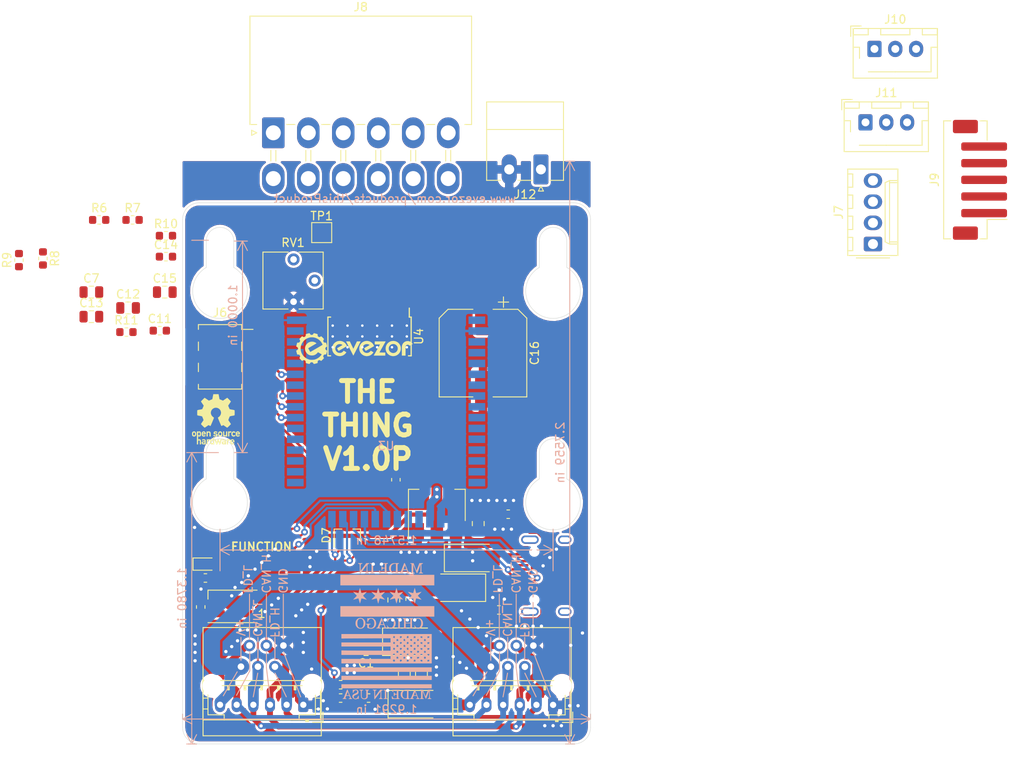
<source format=kicad_pcb>
(kicad_pcb (version 20171130) (host pcbnew "(5.1.5)-3")
  (layers (0 F.Cu signal) (31 B.Cu signal) (34 B.Paste user) (35 F.Paste user hide) (36 B.SilkS user) (37 F.SilkS user) (38 B.Mask user) (39 F.Mask user) (44 Edge.Cuts user))
  (net 0 "")
  (net 1 "Net-(C1-Pad2)")
  (net 2 "Net-(C1-Pad1)")
  (net 3 "Net-(C2-Pad2)")
  (net 4 GND)
  (net 5 /CAN_H)
  (net 6 /CAN_L)
  (net 7 +3V3)
  (net 8 /FD_H)
  (net 9 /FD_L)
  (net 10 "Net-(D3-Pad1)")
  (net 11 /RESET)
  (net 12 "Net-(U3-Pad19)")
  (net 13 "Net-(U3-Pad16)")
  (net 14 "Net-(U3-Pad28)")
  (net 15 "Net-(U3-Pad29)")
  (net 16 "Net-(U3-Pad30)")
  (net 17 "Net-(U3-Pad31)")
  (net 18 "Net-(U3-Pad32)")
  (net 19 "Net-(U3-Pad33)")
  (net 20 "Net-(U3-Pad37)")
  (net 21 /NEO_STATUS)
  (net 22 "Net-(J1-PadA8)")
  (net 23 "Net-(J1-PadB8)")
  (net 24 "Net-(C3-Pad1)")
  (net 25 /BOOT)
  (net 26 /D+)
  (net 27 /CC2)
  (net 28 /D-)
  (net 29 /CC1)
  (net 30 /VREG_OUT)
  (net 31 /USB_VCC)
  (net 32 /FUNCTION_BUTTON)
  (net 33 "Net-(C8-Pad1)")
  (net 34 /HBT_LED)
  (net 35 "Net-(D6-Pad1)")
  (net 36 VBUS)
  (net 37 /OLED_SCL)
  (net 38 /OLED_SDA)
  (net 39 "Net-(U3-Pad42)")
  (net 40 "Net-(U3-Pad41)")
  (net 41 "Net-(U3-Pad40)")
  (net 42 "Net-(U3-Pad39)")
  (net 43 "Net-(U3-Pad20)")
  (net 44 /V_MOTOR)
  (net 45 "Net-(C11-Pad2)")
  (net 46 "Net-(C11-Pad1)")
  (net 47 "Net-(C14-Pad1)")
  (net 48 "Net-(C15-Pad2)")
  (net 49 "Net-(J7-Pad1)")
  (net 50 "Net-(J7-Pad2)")
  (net 51 "Net-(J7-Pad3)")
  (net 52 "Net-(J7-Pad4)")
  (net 53 "Net-(J8-Pad1)")
  (net 54 "Net-(J8-Pad2)")
  (net 55 "Net-(J8-Pad3)")
  (net 56 "Net-(J8-Pad4)")
  (net 57 "Net-(J8-Pad5)")
  (net 58 "Net-(J8-Pad6)")
  (net 59 "Net-(J8-Pad7)")
  (net 60 "Net-(J8-Pad8)")
  (net 61 "Net-(J8-Pad9)")
  (net 62 "Net-(J8-Pad10)")
  (net 63 "Net-(J8-Pad11)")
  (net 64 "Net-(J8-Pad12)")
  (net 65 /ENCDR_NEO)
  (net 66 /SCL)
  (net 67 /SDA)
  (net 68 /MAX)
  (net 69 /MIN)
  (net 70 "Net-(R6-Pad1)")
  (net 71 /FAULT)
  (net 72 /HOME)
  (net 73 "Net-(R7-Pad1)")
  (net 74 "Net-(R8-Pad1)")
  (net 75 "Net-(R9-Pad1)")
  (net 76 "Net-(RV1-Pad2)")
  (net 77 /STEP)
  (net 78 /DIR)
  (net 79 /DECAY)
  (net 80 /SLEEP)
  (net 81 /S_RESET)
  (net 82 /M2)
  (net 83 /M1)
  (net 84 /M0)
  (net 85 /ENABLE)
  (net 86 "Net-(U4-Pad23)")
  (module Connector_Phoenix_MC:PhoenixContact_MC_1,5_2-G-3.81_1x02_P3.81mm_Horizontal (layer F.Cu) (at 143.54 81.99 180)
    (fp_text reference J12 (at 1.9 -3) (layer F.SilkS))
    (fp_text value Conn_01x02)
    (pad 2 thru_hole oval (at 3.81 0 180) (size 1.8 3.6) (drill 1.2) (layers *.Cu *.Mask) (net 4 GND))
    (pad 1 thru_hole roundrect (at 0 0 180) (size 1.8 3.6) (drill 1.2) (layers *.Cu *.Mask) (roundrect_rratio 0.138889) (net 44 /V_MOTOR))
  )
  (module Package_SO:HTSSOP-28-1EP_4.4x9.7mm_P0.65mm_EP3.4x9.5mm_ThermalVias (layer F.Cu) (at 122.98 102.05 270)
    (fp_text reference U4 (at 0 -5.9 270) (layer F.SilkS))
    (fp_text value DRV8825_STEPPER_DRIVER)
    (pad 1 smd rect (at -2.85 -4.225 270) (size 1.1 0.4) (layers F.Cu F.Paste F.Mask) (net 45 "Net-(C11-Pad2)"))
    (pad 2 smd rect (at -2.85 -3.575 270) (size 1.1 0.4) (layers F.Cu F.Paste F.Mask) (net 46 "Net-(C11-Pad1)"))
    (pad 3 smd rect (at -2.85 -2.925 270) (size 1.1 0.4) (layers F.Cu F.Paste F.Mask) (net 48 "Net-(C15-Pad2)"))
    (pad 4 smd rect (at -2.85 -2.275 270) (size 1.1 0.4) (layers F.Cu F.Paste F.Mask) (net 44 /V_MOTOR))
    (pad 5 smd rect (at -2.85 -1.625 270) (size 1.1 0.4) (layers F.Cu F.Paste F.Mask) (net 51 "Net-(J7-Pad3)"))
    (pad 6 smd rect (at -2.85 -0.975 270) (size 1.1 0.4) (layers F.Cu F.Paste F.Mask) (net 75 "Net-(R9-Pad1)"))
    (pad 7 smd rect (at -2.85 -0.325 270) (size 1.1 0.4) (layers F.Cu F.Paste F.Mask) (net 52 "Net-(J7-Pad4)"))
    (pad 8 smd rect (at -2.85 0.325 270) (size 1.1 0.4) (layers F.Cu F.Paste F.Mask) (net 49 "Net-(J7-Pad1)"))
    (pad 9 smd rect (at -2.85 0.975 270) (size 1.1 0.4) (layers F.Cu F.Paste F.Mask) (net 74 "Net-(R8-Pad1)"))
    (pad 10 smd rect (at -2.85 1.625 270) (size 1.1 0.4) (layers F.Cu F.Paste F.Mask) (net 50 "Net-(J7-Pad2)"))
    (pad 11 smd rect (at -2.85 2.275 270) (size 1.1 0.4) (layers F.Cu F.Paste F.Mask) (net 44 /V_MOTOR))
    (pad 12 smd rect (at -2.85 2.925 270) (size 1.1 0.4) (layers F.Cu F.Paste F.Mask) (net 76 "Net-(RV1-Pad2)"))
    (pad 13 smd rect (at -2.85 3.575 270) (size 1.1 0.4) (layers F.Cu F.Paste F.Mask) (net 76 "Net-(RV1-Pad2)"))
    (pad 14 smd rect (at -2.85 4.225 270) (size 1.1 0.4) (layers F.Cu F.Paste F.Mask) (net 4 GND))
    (pad 15 smd rect (at 2.85 4.225 270) (size 1.1 0.4) (layers F.Cu F.Paste F.Mask) (net 47 "Net-(C14-Pad1)"))
    (pad 16 smd rect (at 2.85 3.575 270) (size 1.1 0.4) (layers F.Cu F.Paste F.Mask) (net 81 /S_RESET))
    (pad 17 smd rect (at 2.85 2.925 270) (size 1.1 0.4) (layers F.Cu F.Paste F.Mask) (net 80 /SLEEP))
    (pad 18 smd rect (at 2.85 2.275 270) (size 1.1 0.4) (layers F.Cu F.Paste F.Mask) (net 70 "Net-(R6-Pad1)"))
    (pad 19 smd rect (at 2.85 1.625 270) (size 1.1 0.4) (layers F.Cu F.Paste F.Mask) (net 79 /DECAY))
    (pad 20 smd rect (at 2.85 0.975 270) (size 1.1 0.4) (layers F.Cu F.Paste F.Mask) (net 78 /DIR))
    (pad 21 smd rect (at 2.85 0.325 270) (size 1.1 0.4) (layers F.Cu F.Paste F.Mask) (net 85 /ENABLE))
    (pad 22 smd rect (at 2.85 -0.325 270) (size 1.1 0.4) (layers F.Cu F.Paste F.Mask) (net 77 /STEP))
    (pad 23 smd rect (at 2.85 -0.975 270) (size 1.1 0.4) (layers F.Cu F.Paste F.Mask) (net 86 "Net-(U4-Pad23)"))
    (pad 24 smd rect (at 2.85 -1.625 270) (size 1.1 0.4) (layers F.Cu F.Paste F.Mask) (net 84 /M0))
    (pad 25 smd rect (at 2.85 -2.275 270) (size 1.1 0.4) (layers F.Cu F.Paste F.Mask) (net 83 /M1))
    (pad 26 smd rect (at 2.85 -2.925 270) (size 1.1 0.4) (layers F.Cu F.Paste F.Mask) (net 82 /M2))
    (pad 27 smd rect (at 2.85 -3.575 270) (size 1.1 0.4) (layers F.Cu F.Paste F.Mask) (net 73 "Net-(R7-Pad1)"))
    (pad 28 smd rect (at 2.85 -4.225 270) (size 1.1 0.4) (layers F.Cu F.Paste F.Mask) (net 4 GND))
    (pad 29 smd rect (at 0 0 270) (size 3.4 9.5) (layers F.Cu F.Mask) (net 4 GND))
    (pad 29 thru_hole circle (at -1.3 -4.45 270) (size 0.6 0.6) (drill 0.3) (layers *.Cu) (net 4 GND))
    (pad 29 thru_hole circle (at 0 -4.45 270) (size 0.6 0.6) (drill 0.3) (layers *.Cu) (net 4 GND))
    (pad 29 thru_hole circle (at 1.3 -4.45 270) (size 0.6 0.6) (drill 0.3) (layers *.Cu) (net 4 GND))
    (pad 29 thru_hole circle (at 1.3 -2.67 270) (size 0.6 0.6) (drill 0.3) (layers *.Cu) (net 4 GND))
    (pad 29 thru_hole circle (at 0 -2.67 270) (size 0.6 0.6) (drill 0.3) (layers *.Cu) (net 4 GND))
    (pad 29 thru_hole circle (at -1.3 -2.67 270) (size 0.6 0.6) (drill 0.3) (layers *.Cu) (net 4 GND))
    (pad 29 thru_hole circle (at 1.3 -0.89 270) (size 0.6 0.6) (drill 0.3) (layers *.Cu) (net 4 GND))
    (pad 29 thru_hole circle (at 0 -0.89 270) (size 0.6 0.6) (drill 0.3) (layers *.Cu) (net 4 GND))
    (pad 29 thru_hole circle (at -1.3 -0.89 270) (size 0.6 0.6) (drill 0.3) (layers *.Cu) (net 4 GND))
    (pad 29 thru_hole circle (at 1.3 0.89 270) (size 0.6 0.6) (drill 0.3) (layers *.Cu) (net 4 GND))
    (pad 29 thru_hole circle (at 0 0.89 270) (size 0.6 0.6) (drill 0.3) (layers *.Cu) (net 4 GND))
    (pad 29 thru_hole circle (at -1.3 0.89 270) (size 0.6 0.6) (drill 0.3) (layers *.Cu) (net 4 GND))
    (pad 29 thru_hole circle (at 1.3 2.67 270) (size 0.6 0.6) (drill 0.3) (layers *.Cu) (net 4 GND))
    (pad 29 thru_hole circle (at 0 2.67 270) (size 0.6 0.6) (drill 0.3) (layers *.Cu) (net 4 GND))
    (pad 29 thru_hole circle (at -1.3 2.67 270) (size 0.6 0.6) (drill 0.3) (layers *.Cu) (net 4 GND))
    (pad 29 thru_hole circle (at 1.3 4.45 270) (size 0.6 0.6) (drill 0.3) (layers *.Cu) (net 4 GND))
    (pad 29 thru_hole circle (at 0 4.45 270) (size 0.6 0.6) (drill 0.3) (layers *.Cu) (net 4 GND))
    (pad 29 thru_hole circle (at -1.3 4.45 270) (size 0.6 0.6) (drill 0.3) (layers *.Cu) (net 4 GND))
    (pad 29 smd rect (at 0 0 270) (size 3.4 9.5) (layers B.Cu) (net 4 GND))
  )
  (module Capacitor_SMD:CP_Elec_10x7.7 (layer F.Cu) (at 136.58 104.05 270)
    (fp_text reference C16 (at 0 -6.2 90) (layer F.SilkS))
    (fp_text value 100uF)
    (pad 2 smd roundrect (at 4.35 0 270) (size 4.4 1.9) (layers F.Cu F.Paste F.Mask) (roundrect_rratio 0.131579) (net 4 GND))
    (pad 1 smd roundrect (at -4.35 0 270) (size 4.4 1.9) (layers F.Cu F.Paste F.Mask) (roundrect_rratio 0.131579) (net 44 /V_MOTOR))
  )
  (module Package_TO_SOT_SMD:SOT-23 (layer F.Cu) (at 120.29 125.95 90)
    (fp_text reference D7 (at 0 -2.5 90) (layer F.SilkS))
    (fp_text value D_TVS_x2_AAC)
    (pad 3 smd rect (at 1 0 90) (size 0.9 0.8) (layers F.Cu F.Paste F.Mask) (net 4 GND))
    (pad 2 smd rect (at -1 0.95 90) (size 0.9 0.8) (layers F.Cu F.Paste F.Mask) (net 5 /CAN_H))
    (pad 1 smd rect (at -1 -0.95 90) (size 0.9 0.8) (layers F.Cu F.Paste F.Mask) (net 6 /CAN_L))
  )
  (module Capacitor_SMD:C_0805_2012Metric (layer F.Cu) (at 127.13 142.61 90)
    (fp_text reference C3)
    (fp_text value ".1uF 100V")
    (pad 2 smd roundrect (at 0.9375 0 90) (size 0.975 1.4) (layers F.Cu F.Paste F.Mask) (net 4 GND))
    (pad 1 smd roundrect (at -0.9375 0 90) (size 0.975 1.4) (layers F.Cu F.Paste F.Mask) (net 24 "Net-(C3-Pad1)"))
  )
  (module Capacitor_SMD:C_0805_2012Metric (layer F.Cu) (at 122.54 139.66 180)
    (fp_text reference C1 (at 0 -1.65) (layer F.SilkS))
    (fp_text value ".1uF 100V")
    (pad 2 smd roundrect (at 0.9375 0 180) (size 0.975 1.4) (layers F.Cu F.Paste F.Mask) (net 1 "Net-(C1-Pad2)"))
    (pad 1 smd roundrect (at -0.9375 0 180) (size 0.975 1.4) (layers F.Cu F.Paste F.Mask) (net 2 "Net-(C1-Pad1)"))
  )
  (module Connector_PinSocket_2.54mm:PinSocket_2x03_P2.54mm_Vertical_SMD (layer F.Cu) (at 105 104.5)
    (fp_text reference J6 (at 0 -5.31) (layer F.SilkS))
    (fp_text value Conn_02x03_Odd_Even)
    (pad 6 smd rect (at -2.52 2.54) (size 3 1) (layers F.Cu F.Paste F.Mask) (net 7 +3V3))
    (pad 5 smd rect (at 2.52 2.54) (size 3 1) (layers F.Cu F.Paste F.Mask) (net 37 /OLED_SCL))
    (pad 4 smd rect (at -2.52 0) (size 3 1) (layers F.Cu F.Paste F.Mask) (net 38 /OLED_SDA))
    (pad 3 smd rect (at 2.52 0) (size 3 1) (layers F.Cu F.Paste F.Mask) (net 25 /BOOT))
    (pad 2 smd rect (at -2.52 -2.54) (size 3 1) (layers F.Cu F.Paste F.Mask) (net 11 /RESET))
    (pad 1 smd rect (at 2.52 -2.54) (size 3 1) (layers F.Cu F.Paste F.Mask) (net 4 GND))
  )
  (module Symbol:OSHW-Logo_5.7x6mm_SilkScreen (layer F.Cu) (at 104.5 112)
    (fp_text reference REF** hide)
    (fp_text value OSHW-Logo_5.7x6mm_SilkScreen hide)
  )
  (module Evezor_extras:MADE_IN_CHICAGO (layer B.Cu) (at 125.1 133.2 180)
    (fp_text reference G*** hide)
    (fp_text value LOGO hide)
  )
  (module "Evezor_extras:MADE IN USA" (layer B.Cu) (at 125 141.7 180)
    (fp_text reference G*** hide)
    (fp_text value LOGO hide)
  )
  (module EvezorLIB:LOGO_37 (layer F.Cu) (at 116 103.5)
    (fp_text reference G*** hide)
    (fp_text value LOGO hide)
  )
  (module EvezorLIB:evezor_18 (layer F.Cu) (at 123.3 103.5)
    (fp_text reference G*** hide)
    (fp_text value LOGO hide)
  )
  (module LED_SMD:LED_SK6812MINI_PLCC4_3.5x3.5mm_P1.75mm (layer F.Cu) (at 106.5 134.475 180)
    (fp_text reference D6)
    (fp_text value SK6812MINI)
    (fp_text user 1 (at -3.5 -0.875) (layer F.SilkS))
    (pad 1 smd rect (at -1.75 -0.875 180) (size 1.6 0.85) (layers F.Cu F.Paste F.Mask) (net 35 "Net-(D6-Pad1)"))
    (pad 2 smd rect (at -1.75 0.875 180) (size 1.6 0.85) (layers F.Cu F.Paste F.Mask) (net 4 GND))
    (pad 4 smd rect (at 1.75 -0.875 180) (size 1.6 0.85) (layers F.Cu F.Paste F.Mask) (net 7 +3V3))
    (pad 3 smd rect (at 1.75 0.875 180) (size 1.6 0.85) (layers F.Cu F.Paste F.Mask) (net 21 /NEO_STATUS))
  )
  (module EvezorLIB:USB_C_Receptacle_HRO_TYPE-C-31-M-12 (layer F.Cu) (at 145.35 130.78 90)
    (fp_text reference J1)
    (fp_text value USB_C_Receptacle_USB2.0)
    (pad B1 smd rect (at 3.25 -4.045 90) (size 0.6 1.45) (layers F.Cu F.Paste F.Mask) (net 4 GND))
    (pad A9 smd rect (at 2.45 -4.045 90) (size 0.6 1.45) (layers F.Cu F.Paste F.Mask) (net 31 /USB_VCC))
    (pad B9 smd rect (at -2.45 -4.045 90) (size 0.6 1.45) (layers F.Cu F.Paste F.Mask) (net 31 /USB_VCC))
    (pad B12 smd rect (at -3.25 -4.045 90) (size 0.6 1.45) (layers F.Cu F.Paste F.Mask) (net 4 GND))
    (pad A1 smd rect (at -3.25 -4.045 90) (size 0.6 1.45) (layers F.Cu F.Paste F.Mask) (net 4 GND))
    (pad A4 smd rect (at -2.45 -4.045 90) (size 0.6 1.45) (layers F.Cu F.Paste F.Mask) (net 31 /USB_VCC))
    (pad B4 smd rect (at 2.45 -4.045 90) (size 0.6 1.45) (layers F.Cu F.Paste F.Mask) (net 31 /USB_VCC))
    (pad A12 smd rect (at 3.25 -4.045 90) (size 0.6 1.45) (layers F.Cu F.Paste F.Mask) (net 4 GND))
    (pad B8 smd rect (at -1.75 -4.045 90) (size 0.3 1.45) (layers F.Cu F.Paste F.Mask) (net 23 "Net-(J1-PadB8)"))
    (pad A5 smd rect (at -1.25 -4.045 90) (size 0.3 1.45) (layers F.Cu F.Paste F.Mask) (net 29 /CC1))
    (pad B7 smd rect (at -0.75 -4.045 90) (size 0.3 1.45) (layers F.Cu F.Paste F.Mask) (net 28 /D-))
    (pad A7 smd rect (at 0.25 -4.045 90) (size 0.3 1.45) (layers F.Cu F.Paste F.Mask) (net 28 /D-))
    (pad B6 smd rect (at 0.75 -4.045 90) (size 0.3 1.45) (layers F.Cu F.Paste F.Mask) (net 26 /D+))
    (pad A8 smd rect (at 1.25 -4.045 90) (size 0.3 1.45) (layers F.Cu F.Paste F.Mask) (net 22 "Net-(J1-PadA8)"))
    (pad B5 smd rect (at 1.75 -4.045 90) (size 0.3 1.45) (layers F.Cu F.Paste F.Mask) (net 27 /CC2))
    (pad A6 smd rect (at -0.25 -4.045 90) (size 0.3 1.45) (layers F.Cu F.Paste F.Mask) (net 26 /D+))
    (pad "" thru_hole oval (at 4.32 -3.13 90) (size 1 2.1) (drill oval 0.6 1.7) (layers *.Cu *.Mask))
    (pad "" thru_hole oval (at -4.32 -3.13 90) (size 1 2.1) (drill oval 0.6 1.7) (layers *.Cu *.Mask))
    (pad "" np_thru_hole circle (at -2.89 -2.6 90) (size 0.65 0.65) (drill 0.65) (layers *.Cu *.Mask))
    (pad "" thru_hole oval (at -4.32 1.05 90) (size 1 1.6) (drill oval 0.6 1.2) (layers *.Cu *.Mask))
    (pad "" np_thru_hole circle (at 2.89 -2.6 90) (size 0.65 0.65) (drill 0.65) (layers *.Cu *.Mask))
    (pad "" thru_hole oval (at 4.32 1.05 90) (size 1 1.6) (drill oval 0.6 1.2) (layers *.Cu *.Mask))
  )
  (module EvezorLIB:EDGE_STAMP (layer B.Cu) (at 124.94 123.6 180)
    (fp_text reference U3 (at 0 8.4) (layer B.SilkS) (effects (justify mirror)))
    (fp_text value EDGE_STM32F405_CPU_V1)
    (pad 43 smd custom (at 10.9 23.5 90) (size 0.9 2) (layers B.Cu B.Paste B.Mask) (net 4 GND) (options (clearance outline) (anchor rect)) (primitives))
    (pad 42 smd custom (at 10.9 22.2 90) (size 0.9 2) (layers B.Cu B.Paste B.Mask) (net 39 "Net-(U3-Pad42)") (options (clearance outline) (anchor rect)) (primitives))
    (pad 41 smd custom (at 10.9 20.9 90) (size 0.9 2) (layers B.Cu B.Paste B.Mask) (net 40 "Net-(U3-Pad41)") (options (clearance outline) (anchor rect)) (primitives))
    (pad 40 smd custom (at 10.9 19.6 90) (size 0.9 2) (layers B.Cu B.Paste B.Mask) (net 41 "Net-(U3-Pad40)") (options (clearance outline) (anchor rect)) (primitives))
    (pad 39 smd custom (at 10.9 18.3 90) (size 0.9 2) (layers B.Cu B.Paste B.Mask) (net 42 "Net-(U3-Pad39)") (options (clearance outline) (anchor rect)) (primitives))
    (pad 38 smd custom (at 10.9 17 90) (size 0.9 2) (layers B.Cu B.Paste B.Mask) (net 11 /RESET) (options (clearance outline) (anchor rect)) (primitives))
    (pad 37 smd custom (at 10.9 15.7 90) (size 0.9 2) (layers B.Cu B.Paste B.Mask) (net 20 "Net-(U3-Pad37)") (options (clearance outline) (anchor rect)) (primitives))
    (pad 36 smd custom (at 10.9 14.4 90) (size 0.9 2) (layers B.Cu B.Paste B.Mask) (net 25 /BOOT) (options (clearance outline) (anchor rect)) (primitives))
    (pad 35 smd custom (at 10.9 13.1 90) (size 0.9 2) (layers B.Cu B.Paste B.Mask) (net 38 /OLED_SDA) (options (clearance outline) (anchor rect)) (primitives))
    (pad 34 smd custom (at 10.9 11.8 90) (size 0.9 2) (layers B.Cu B.Paste B.Mask) (net 37 /OLED_SCL) (options (clearance outline) (anchor rect)) (primitives))
    (pad 33 smd custom (at 10.9 10.5 90) (size 0.9 2) (layers B.Cu B.Paste B.Mask) (net 19 "Net-(U3-Pad33)") (options (clearance outline) (anchor rect)) (primitives))
    (pad 32 smd custom (at 10.9 9.2 90) (size 0.9 2) (layers B.Cu B.Paste B.Mask) (net 18 "Net-(U3-Pad32)") (options (clearance outline) (anchor rect)) (primitives))
    (pad 31 smd custom (at 10.9 7.9 90) (size 0.9 2) (layers B.Cu B.Paste B.Mask) (net 17 "Net-(U3-Pad31)") (options (clearance outline) (anchor rect)) (primitives))
    (pad 30 smd custom (at 10.9 6.6 90) (size 0.9 2) (layers B.Cu B.Paste B.Mask) (net 16 "Net-(U3-Pad30)") (options (clearance outline) (anchor rect)) (primitives))
    (pad 29 smd custom (at 10.9 5.3 90) (size 0.9 2) (layers B.Cu B.Paste B.Mask) (net 15 "Net-(U3-Pad29)") (options (clearance outline) (anchor rect)) (primitives))
    (pad 1 smd custom (at -10.9 23.5 90) (size 0.9 2) (layers B.Cu B.Paste B.Mask) (net 7 +3V3) (options (clearance outline) (anchor rect)) (primitives))
    (pad 2 smd custom (at -10.9 22.2 90) (size 0.9 2) (layers B.Cu B.Paste B.Mask) (net 4 GND) (options (clearance outline) (anchor rect)) (primitives))
    (pad 3 smd custom (at -10.9 20.9 90) (size 0.9 2) (layers B.Cu B.Paste B.Mask) (net 77 /STEP) (options (clearance outline) (anchor rect)) (primitives))
    (pad 4 smd custom (at -10.9 19.6 90) (size 0.9 2) (layers B.Cu B.Paste B.Mask) (net 78 /DIR) (options (clearance outline) (anchor rect)) (primitives))
    (pad 5 smd custom (at -10.9 18.3 90) (size 0.9 2) (layers B.Cu B.Paste B.Mask) (net 79 /DECAY) (options (clearance outline) (anchor rect)) (primitives))
    (pad 6 smd custom (at -10.9 17 90) (size 0.9 2) (layers B.Cu B.Paste B.Mask) (net 80 /SLEEP) (options (clearance outline) (anchor rect)) (primitives))
    (pad 7 smd custom (at -10.9 15.7 90) (size 0.9 2) (layers B.Cu B.Paste B.Mask) (net 81 /S_RESET) (options (clearance outline) (anchor rect)) (primitives))
    (pad 8 smd custom (at -10.9 14.4 90) (size 0.9 2) (layers B.Cu B.Paste B.Mask) (net 82 /M2) (options (clearance outline) (anchor rect)) (primitives))
    (pad 9 smd custom (at -10.9 13.1 90) (size 0.9 2) (layers B.Cu B.Paste B.Mask) (net 83 /M1) (options (clearance outline) (anchor rect)) (primitives))
    (pad 10 smd custom (at -10.9 11.8 90) (size 0.9 2) (layers B.Cu B.Paste B.Mask) (net 84 /M0) (options (clearance outline) (anchor rect)) (primitives))
    (pad 11 smd custom (at -10.9 10.5 90) (size 0.9 2) (layers B.Cu B.Paste B.Mask) (net 85 /ENABLE) (options (clearance outline) (anchor rect)) (primitives))
    (pad 12 smd custom (at -10.9 9.2 90) (size 0.9 2) (layers B.Cu B.Paste B.Mask) (net 66 /SCL) (options (clearance outline) (anchor rect)) (primitives))
    (pad 13 smd custom (at -10.9 7.9 90) (size 0.9 2) (layers B.Cu B.Paste B.Mask) (net 67 /SDA) (options (clearance outline) (anchor rect)) (primitives))
    (pad 14 smd custom (at -10.9 6.6 90) (size 0.9 2) (layers B.Cu B.Paste B.Mask) (net 68 /MAX) (options (clearance outline) (anchor rect)) (primitives))
    (pad 15 smd custom (at -10.9 5.3 90) (size 0.9 2) (layers B.Cu B.Paste B.Mask) (net 69 /MIN) (options (clearance outline) (anchor rect)) (primitives))
    (pad 28 smd custom (at 10.9 4 90) (size 0.9 2) (layers B.Cu B.Paste B.Mask) (net 14 "Net-(U3-Pad28)") (options (clearance outline) (anchor rect)) (primitives))
    (pad 16 smd custom (at -10.9 4 90) (size 0.9 2) (layers B.Cu B.Paste B.Mask) (net 13 "Net-(U3-Pad16)") (options (clearance outline) (anchor rect)) (primitives))
    (pad 27 smd custom (at 6.5 -0.4 180) (size 0.9 2) (layers B.Cu B.Paste B.Mask) (net 6 /CAN_L) (options (clearance outline) (anchor rect)) (primitives))
    (pad 26 smd custom (at 5.2 -0.4 180) (size 0.9 2) (layers B.Cu B.Paste B.Mask) (net 5 /CAN_H) (options (clearance outline) (anchor rect)) (primitives))
    (pad 25 smd custom (at 3.9 -0.4 180) (size 0.9 2) (layers B.Cu B.Paste B.Mask) (net 26 /D+) (options (clearance outline) (anchor rect)) (primitives))
    (pad 24 smd custom (at 2.6 -0.4 180) (size 0.9 2) (layers B.Cu B.Paste B.Mask) (net 28 /D-) (options (clearance outline) (anchor rect)) (primitives))
    (pad 23 smd custom (at 1.3 -0.4 180) (size 0.9 2) (layers B.Cu B.Paste B.Mask) (net 32 /FUNCTION_BUTTON) (options (clearance outline) (anchor rect)) (primitives))
    (pad 22 smd custom (at -0.06 -0.4 180) (size 0.9 2) (layers B.Cu B.Paste B.Mask) (net 21 /NEO_STATUS) (options (clearance outline) (anchor rect)) (primitives))
    (pad 21 smd custom (at -1.36 -0.4 180) (size 0.9 2) (layers B.Cu B.Paste B.Mask) (net 34 /HBT_LED) (options (clearance outline) (anchor rect)) (primitives))
    (pad 20 smd custom (at -2.66 -0.4 180) (size 0.9 2) (layers B.Cu B.Paste B.Mask) (net 43 "Net-(U3-Pad20)") (options (clearance outline) (anchor rect)) (primitives))
    (pad 19 smd custom (at -3.96 -0.4 180) (size 0.9 2) (layers B.Cu B.Paste B.Mask) (net 12 "Net-(U3-Pad19)") (options (clearance outline) (anchor rect)) (primitives))
    (pad 18 smd custom (at -5.26 -0.4 180) (size 0.9 2) (layers B.Cu B.Paste B.Mask) (net 7 +3V3) (options (clearance outline) (anchor rect)) (primitives))
    (pad 17 smd custom (at -6.56 -0.4 180) (size 0.9 2) (layers B.Cu B.Paste B.Mask) (net 4 GND) (options (clearance outline) (anchor rect)) (primitives))
  )
  (module Capacitor_SMD:C_0603_1608Metric (layer F.Cu) (at 102.68 134.5425 270)
    (fp_text reference C9)
    (fp_text value .1uF)
    (pad 2 smd roundrect (at 0.7875 0 270) (size 0.875 0.95) (layers F.Cu F.Paste F.Mask) (net 7 +3V3))
    (pad 1 smd roundrect (at -0.7875 0 270) (size 0.875 0.95) (layers F.Cu F.Paste F.Mask) (net 4 GND))
  )
  (module Connector_JST:JST_PH_B6B-PH-K_1x06_P2.00mm_Vertical (layer F.Cu) (at 115 146.29 180)
    (fp_text reference J5)
    (fp_text value PH)
    (pad 6 thru_hole oval (at 10 0 180) (size 1.2 1.75) (drill 0.75) (layers *.Cu *.Mask) (net 36 VBUS))
    (pad 5 thru_hole oval (at 8 0 180) (size 1.2 1.75) (drill 0.75) (layers *.Cu *.Mask) (net 9 /FD_L))
    (pad 4 thru_hole oval (at 6 0 180) (size 1.2 1.75) (drill 0.75) (layers *.Cu *.Mask) (net 6 /CAN_L))
    (pad 3 thru_hole oval (at 4 0 180) (size 1.2 1.75) (drill 0.75) (layers *.Cu *.Mask) (net 5 /CAN_H))
    (pad 2 thru_hole oval (at 2 0 180) (size 1.2 1.75) (drill 0.75) (layers *.Cu *.Mask) (net 8 /FD_H))
    (pad 1 thru_hole roundrect (at 0 0 180) (size 1.2 1.75) (drill 0.75) (layers *.Cu *.Mask) (roundrect_rratio 0.208333) (net 4 GND))
  )
  (module Capacitor_SMD:C_0603_1608Metric (layer F.Cu) (at 127.83 133.5975 270)
    (fp_text reference C5)
    (fp_text value .1uF)
    (pad 2 smd roundrect (at 0.7875 0 270) (size 0.875 0.95) (layers F.Cu F.Paste F.Mask) (net 4 GND))
    (pad 1 smd roundrect (at -0.7875 0 270) (size 0.875 0.95) (layers F.Cu F.Paste F.Mask) (net 30 /VREG_OUT))
  )
  (module Capacitor_SMD:C_0805_2012Metric (layer F.Cu) (at 125.87 133.7 270)
    (fp_text reference C6)
    (fp_text value 22uF)
    (pad 2 smd roundrect (at 0.9375 0 270) (size 0.975 1.4) (layers F.Cu F.Paste F.Mask) (net 4 GND))
    (pad 1 smd roundrect (at -0.9375 0 270) (size 0.975 1.4) (layers F.Cu F.Paste F.Mask) (net 30 /VREG_OUT))
  )
  (module Capacitor_SMD:C_0603_1608Metric (layer F.Cu) (at 119.4825 143.88)
    (fp_text reference C2)
    (fp_text value .1uF)
    (pad 2 smd roundrect (at 0.7875 0) (size 0.875 0.95) (layers F.Cu F.Paste F.Mask) (net 3 "Net-(C2-Pad2)"))
    (pad 1 smd roundrect (at -0.7875 0) (size 0.875 0.95) (layers F.Cu F.Paste F.Mask) (net 30 /VREG_OUT))
  )
  (module Capacitor_SMD:C_0805_2012Metric (layer F.Cu) (at 129.19 142.5975 90)
    (fp_text reference C4)
    (fp_text value 4.7uF)
    (pad 2 smd roundrect (at 0.9375 0 90) (size 0.975 1.4) (layers F.Cu F.Paste F.Mask) (net 4 GND))
    (pad 1 smd roundrect (at -0.9375 0 90) (size 0.975 1.4) (layers F.Cu F.Paste F.Mask) (net 24 "Net-(C3-Pad1)"))
  )
  (module EvezorLIB:RJ11_C189747_Horizontal (layer F.Cu) (at 140.079999 141.719999 180)
    (fp_text reference J2)
    (fp_text value RJ11)
    (pad "" np_thru_hole circle (at 6 -2.3) (size 2.3 2.3) (drill 2.3) (layers *.Cu *.Mask))
    (pad "" np_thru_hole circle (at -6 -2.3 180) (size 2.3 2.3) (drill 2.3) (layers *.Cu *.Mask))
    (pad 5 thru_hole circle (at 1.53 2.54 180) (size 1.39 1.39) (drill 0.79) (layers *.Cu *.Mask) (net 9 /FD_L))
    (pad 3 thru_hole circle (at -0.51 2.54 180) (size 1.39 1.39) (drill 0.79) (layers *.Cu *.Mask) (net 5 /CAN_H))
    (pad 1 thru_hole circle (at -2.55 2.54 180) (size 1.39 1.39) (drill 0.79) (layers *.Cu *.Mask) (net 4 GND))
    (pad 6 thru_hole circle (at 2.55 0 180) (size 1.39 1.39) (drill 0.79) (layers *.Cu *.Mask) (net 36 VBUS))
    (pad 4 thru_hole circle (at 0.51 0 180) (size 1.39 1.39) (drill 0.79) (layers *.Cu *.Mask) (net 6 /CAN_L))
    (pad 2 thru_hole circle (at -1.53 0 180) (size 1.39 1.39) (drill 0.79) (layers *.Cu *.Mask) (net 8 /FD_H))
  )
  (module EvezorLIB:RJ11_C189747_Horizontal (layer F.Cu) (at 110.059999 141.709999 180)
    (fp_text reference J3)
    (fp_text value RJ11)
    (pad "" np_thru_hole circle (at 6 -2.3) (size 2.3 2.3) (drill 2.3) (layers *.Cu *.Mask))
    (pad "" np_thru_hole circle (at -6 -2.3 180) (size 2.3 2.3) (drill 2.3) (layers *.Cu *.Mask))
    (pad 5 thru_hole circle (at 1.53 2.54 180) (size 1.39 1.39) (drill 0.79) (layers *.Cu *.Mask) (net 9 /FD_L))
    (pad 3 thru_hole circle (at -0.51 2.54 180) (size 1.39 1.39) (drill 0.79) (layers *.Cu *.Mask) (net 5 /CAN_H))
    (pad 1 thru_hole circle (at -2.55 2.54 180) (size 1.39 1.39) (drill 0.79) (layers *.Cu *.Mask) (net 4 GND))
    (pad 6 thru_hole circle (at 2.55 0 180) (size 1.39 1.39) (drill 0.79) (layers *.Cu *.Mask) (net 36 VBUS))
    (pad 4 thru_hole circle (at 0.51 0 180) (size 1.39 1.39) (drill 0.79) (layers *.Cu *.Mask) (net 6 /CAN_L))
    (pad 2 thru_hole circle (at -1.53 0 180) (size 1.39 1.39) (drill 0.79) (layers *.Cu *.Mask) (net 8 /FD_H))
  )
  (module Connector_JST:JST_PH_B6B-PH-K_1x06_P2.00mm_Vertical (layer F.Cu) (at 145 146.3 180)
    (fp_text reference J4)
    (fp_text value PH)
    (pad 6 thru_hole oval (at 10 0 180) (size 1.2 1.75) (drill 0.75) (layers *.Cu *.Mask) (net 36 VBUS))
    (pad 5 thru_hole oval (at 8 0 180) (size 1.2 1.75) (drill 0.75) (layers *.Cu *.Mask) (net 9 /FD_L))
    (pad 4 thru_hole oval (at 6 0 180) (size 1.2 1.75) (drill 0.75) (layers *.Cu *.Mask) (net 6 /CAN_L))
    (pad 3 thru_hole oval (at 4 0 180) (size 1.2 1.75) (drill 0.75) (layers *.Cu *.Mask) (net 5 /CAN_H))
    (pad 2 thru_hole oval (at 2 0 180) (size 1.2 1.75) (drill 0.75) (layers *.Cu *.Mask) (net 8 /FD_H))
    (pad 1 thru_hole roundrect (at 0 0 180) (size 1.2 1.75) (drill 0.75) (layers *.Cu *.Mask) (roundrect_rratio 0.208333) (net 4 GND))
  )
  (module Resistor_SMD:R_0603_1608Metric (layer F.Cu) (at 122.8375 145.48 180)
    (fp_text reference R1)
    (fp_text value 10k)
    (pad 2 smd roundrect (at 0.7875 0 180) (size 0.875 0.95) (layers F.Cu F.Paste F.Mask) (net 3 "Net-(C2-Pad2)"))
    (pad 1 smd roundrect (at -0.7875 0 180) (size 0.875 0.95) (layers F.Cu F.Paste F.Mask) (net 4 GND))
  )
  (module Resistor_SMD:R_0603_1608Metric (layer F.Cu) (at 119.4825 145.48)
    (fp_text reference R2)
    (fp_text value 82k)
    (pad 2 smd roundrect (at 0.7875 0) (size 0.875 0.95) (layers F.Cu F.Paste F.Mask) (net 3 "Net-(C2-Pad2)"))
    (pad 1 smd roundrect (at -0.7875 0) (size 0.875 0.95) (layers F.Cu F.Paste F.Mask) (net 30 /VREG_OUT))
  )
  (module Package_TO_SOT_SMD:SOT-23-6 (layer F.Cu) (at 123.65 142.46)
    (fp_text reference U1)
    (fp_text value SY8401ABC)
    (pad 5 smd rect (at 1.1 0) (size 1.06 0.65) (layers F.Cu F.Paste F.Mask) (net 24 "Net-(C3-Pad1)"))
    (pad 6 smd rect (at 1.1 -0.95) (size 1.06 0.65) (layers F.Cu F.Paste F.Mask) (net 2 "Net-(C1-Pad1)"))
    (pad 4 smd rect (at 1.1 0.95) (size 1.06 0.65) (layers F.Cu F.Paste F.Mask) (net 24 "Net-(C3-Pad1)"))
    (pad 3 smd rect (at -1.1 0.95) (size 1.06 0.65) (layers F.Cu F.Paste F.Mask) (net 3 "Net-(C2-Pad2)"))
    (pad 2 smd rect (at -1.1 0) (size 1.06 0.65) (layers F.Cu F.Paste F.Mask) (net 4 GND))
    (pad 1 smd rect (at -1.1 -0.95) (size 1.06 0.65) (layers F.Cu F.Paste F.Mask) (net 1 "Net-(C1-Pad2)"))
  )
  (module Diode_SMD:D_SMA (layer F.Cu) (at 127.92 138.72)
    (fp_text reference D1)
    (fp_text value SX35_SCHOTTKY)
    (pad 2 smd rect (at 2 0) (size 2.5 1.8) (layers F.Cu F.Paste F.Mask) (net 4 GND))
    (pad 1 smd rect (at -2 0) (size 2.5 1.8) (layers F.Cu F.Paste F.Mask) (net 2 "Net-(C1-Pad1)"))
  )
  (module LED_SMD:LED_0603_1608Metric (layer F.Cu) (at 103.2425 129.39)
    (fp_text reference D3)
    (fp_text value LED)
    (pad 2 smd roundrect (at 0.7875 0) (size 0.875 0.95) (layers F.Cu F.Paste F.Mask) (net 34 /HBT_LED))
    (pad 1 smd roundrect (at -0.7875 0) (size 0.875 0.95) (layers F.Cu F.Paste F.Mask) (net 10 "Net-(D3-Pad1)"))
  )
  (module EvezorLIB:INDUCTOR_7.5X6.6_GCDA0630-220MC (layer F.Cu) (at 120.84 134.845 90)
    (fp_text reference L1)
    (fp_text value 22uH)
    (pad 2 smd rect (at 2.695 0 90) (size 1.98 3.43) (layers F.Cu F.Paste F.Mask) (net 30 /VREG_OUT))
    (pad 1 smd rect (at -2.695 0 90) (size 1.98 3.43) (layers F.Cu F.Paste F.Mask) (net 2 "Net-(C1-Pad1)"))
  )
  (module Resistor_SMD:R_0603_1608Metric (layer F.Cu) (at 103.2425 131.06 180)
    (fp_text reference R5)
    (fp_text value 15k)
    (pad 2 smd roundrect (at 0.7875 0 180) (size 0.875 0.95) (layers F.Cu F.Paste F.Mask) (net 10 "Net-(D3-Pad1)"))
    (pad 1 smd roundrect (at -0.7875 0 180) (size 0.875 0.95) (layers F.Cu F.Paste F.Mask) (net 4 GND))
  )
  (module Package_TO_SOT_SMD:SOT-223-3_TabPin2 (layer F.Cu) (at 131.04 122.32 90)
    (fp_text reference U2)
    (fp_text value AMS1117-3.3)
    (pad 1 smd rect (at -3.15 -2.3 90) (size 2 1.5) (layers F.Cu F.Paste F.Mask) (net 4 GND))
    (pad 3 smd rect (at -3.15 2.3 90) (size 2 1.5) (layers F.Cu F.Paste F.Mask) (net 33 "Net-(C8-Pad1)"))
    (pad 2 smd rect (at -3.15 0 90) (size 2 1.5) (layers F.Cu F.Paste F.Mask) (net 7 +3V3))
    (pad 2 smd rect (at 3.15 0 90) (size 2 3.8) (layers F.Cu F.Paste F.Mask) (net 7 +3V3))
  )
  (module Diode_SMD:D_SMA (layer F.Cu) (at 128.58 146.21)
    (fp_text reference D2)
    (fp_text value SX35_SCHOTTKY)
    (pad 1 smd rect (at -2 0) (size 2.5 1.8) (layers F.Cu F.Paste F.Mask) (net 24 "Net-(C3-Pad1)"))
    (pad 2 smd rect (at 2 0) (size 2.5 1.8) (layers F.Cu F.Paste F.Mask) (net 36 VBUS))
  )
  (module Resistor_SMD:R_0603_1608Metric (layer F.Cu) (at 139.6125 123.4 180)
    (fp_text reference R3)
    (fp_text value 5.1k)
    (pad 2 smd roundrect (at 0.7875 0 180) (size 0.875 0.95) (layers F.Cu F.Paste F.Mask) (net 4 GND))
    (pad 1 smd roundrect (at -0.7875 0 180) (size 0.875 0.95) (layers F.Cu F.Paste F.Mask) (net 27 /CC2))
  )
  (module Resistor_SMD:R_0603_1608Metric (layer F.Cu) (at 138.4875 134.9 180)
    (fp_text reference R4)
    (fp_text value 5.1k)
    (pad 1 smd roundrect (at -0.7875 0 180) (size 0.875 0.95) (layers F.Cu F.Paste F.Mask) (net 29 /CC1))
    (pad 2 smd roundrect (at 0.7875 0 180) (size 0.875 0.95) (layers F.Cu F.Paste F.Mask) (net 4 GND))
  )
  (module Diode_SMD:D_SMA (layer F.Cu) (at 135.34 128.66)
    (fp_text reference D4)
    (fp_text value SX35_SCHOTTKY)
    (pad 2 smd rect (at 2 0) (size 2.5 1.8) (layers F.Cu F.Paste F.Mask) (net 31 /USB_VCC))
    (pad 1 smd rect (at -2 0) (size 2.5 1.8) (layers F.Cu F.Paste F.Mask) (net 33 "Net-(C8-Pad1)"))
  )
  (module Diode_SMD:D_SMA (layer F.Cu) (at 133.5 132.23 180)
    (fp_text reference D5)
    (fp_text value SX35_SCHOTTKY)
    (pad 1 smd rect (at -2 0 180) (size 2.5 1.8) (layers F.Cu F.Paste F.Mask) (net 33 "Net-(C8-Pad1)"))
    (pad 2 smd rect (at 2 0 180) (size 2.5 1.8) (layers F.Cu F.Paste F.Mask) (net 30 /VREG_OUT))
  )
  (module EvezorLIB:SWITCH_2x3_SMD_TACTILE_GREEN (layer F.Cu) (at 110.05 129.9 180)
    (fp_text reference SW1)
    (fp_text value SW_Push)
    (pad 1 smd rect (at -3.85 0 180) (size 1.5 1.2) (layers F.Cu F.Paste F.Mask) (net 32 /FUNCTION_BUTTON))
    (pad 2 smd rect (at 3.85 0 180) (size 1.5 1.2) (layers F.Cu F.Paste F.Mask) (net 4 GND))
  )
  (module Capacitor_SMD:C_0805_2012Metric (layer F.Cu) (at 136.01 124.5275 90)
    (fp_text reference C8)
    (fp_text value 10uF)
    (pad 1 smd roundrect (at -0.9375 0 90) (size 0.975 1.4) (layers F.Cu F.Paste F.Mask) (net 33 "Net-(C8-Pad1)"))
    (pad 2 smd roundrect (at 0.9375 0 90) (size 0.975 1.4) (layers F.Cu F.Paste F.Mask) (net 4 GND))
  )
  (module Capacitor_SMD:C_0603_1608Metric (layer F.Cu) (at 126.12 119.2625 270)
    (fp_text reference C10)
    (fp_text value .1uF)
    (pad 1 smd roundrect (at -0.7875 0 270) (size 0.875 0.95) (layers F.Cu F.Paste F.Mask) (net 7 +3V3))
    (pad 2 smd roundrect (at 0.7875 0 270) (size 0.875 0.95) (layers F.Cu F.Paste F.Mask) (net 4 GND))
  )
  (module Capacitor_SMD:C_0805_2012Metric (layer F.Cu) (at 89.545001 96.725001)
    (fp_text reference C7 (at 0 -1.65) (layer F.SilkS))
    (fp_text value 4.7uF)
    (pad 1 smd roundrect (at -0.9375 0) (size 0.975 1.4) (layers F.Cu F.Paste F.Mask) (net 44 /V_MOTOR))
    (pad 2 smd roundrect (at 0.9375 0) (size 0.975 1.4) (layers F.Cu F.Paste F.Mask) (net 4 GND))
  )
  (module Capacitor_SMD:C_0603_1608Metric (layer F.Cu) (at 97.765001 101.355001)
    (fp_text reference C11 (at 0 -1.43) (layer F.SilkS))
    (fp_text value "10 nF")
    (pad 2 smd roundrect (at 0.7875 0) (size 0.875 0.95) (layers F.Cu F.Paste F.Mask) (net 45 "Net-(C11-Pad2)"))
    (pad 1 smd roundrect (at -0.7875 0) (size 0.875 0.95) (layers F.Cu F.Paste F.Mask) (net 46 "Net-(C11-Pad1)"))
  )
  (module Capacitor_SMD:C_0805_2012Metric (layer F.Cu) (at 93.955001 98.625001)
    (fp_text reference C12 (at 0 -1.65) (layer F.SilkS))
    (fp_text value ".1uF 100V")
    (pad 1 smd roundrect (at -0.9375 0) (size 0.975 1.4) (layers F.Cu F.Paste F.Mask) (net 4 GND))
    (pad 2 smd roundrect (at 0.9375 0) (size 0.975 1.4) (layers F.Cu F.Paste F.Mask) (net 44 /V_MOTOR))
  )
  (module Capacitor_SMD:C_0805_2012Metric (layer F.Cu) (at 89.545001 99.675001)
    (fp_text reference C13 (at 0 -1.65) (layer F.SilkS))
    (fp_text value ".1uF 100V")
    (pad 2 smd roundrect (at 0.9375 0) (size 0.975 1.4) (layers F.Cu F.Paste F.Mask) (net 44 /V_MOTOR))
    (pad 1 smd roundrect (at -0.9375 0) (size 0.975 1.4) (layers F.Cu F.Paste F.Mask) (net 4 GND))
  )
  (module Capacitor_SMD:C_0603_1608Metric (layer F.Cu) (at 98.505001 92.465001)
    (fp_text reference C14 (at 0 -1.43) (layer F.SilkS))
    (fp_text value 0.47uF)
    (pad 1 smd roundrect (at -0.7875 0) (size 0.875 0.95) (layers F.Cu F.Paste F.Mask) (net 47 "Net-(C14-Pad1)"))
    (pad 2 smd roundrect (at 0.7875 0) (size 0.875 0.95) (layers F.Cu F.Paste F.Mask) (net 4 GND))
  )
  (module Capacitor_SMD:C_0805_2012Metric (layer F.Cu) (at 98.365001 96.725001)
    (fp_text reference C15 (at 0 -1.65) (layer F.SilkS))
    (fp_text value ".1uF 100V")
    (pad 2 smd roundrect (at 0.9375 0) (size 0.975 1.4) (layers F.Cu F.Paste F.Mask) (net 48 "Net-(C15-Pad2)"))
    (pad 1 smd roundrect (at -0.9375 0) (size 0.975 1.4) (layers F.Cu F.Paste F.Mask) (net 44 /V_MOTOR))
  )
  (module Connector_Molex:Molex_KK-254_AE-6410-04A_1x04_P2.54mm_Vertical (layer F.Cu) (at 183.42 90.95 90)
    (fp_text reference J7 (at 3.81 -4.12 90) (layer F.SilkS))
    (fp_text value Conn_01x04)
    (pad 1 thru_hole roundrect (at 0 0 90) (size 1.74 2.2) (drill 1.2) (layers *.Cu *.Mask) (roundrect_rratio 0.143678) (net 49 "Net-(J7-Pad1)"))
    (pad 2 thru_hole oval (at 2.54 0 90) (size 1.74 2.2) (drill 1.2) (layers *.Cu *.Mask) (net 50 "Net-(J7-Pad2)"))
    (pad 3 thru_hole oval (at 5.08 0 90) (size 1.74 2.2) (drill 1.2) (layers *.Cu *.Mask) (net 51 "Net-(J7-Pad3)"))
    (pad 4 thru_hole oval (at 7.62 0 90) (size 1.74 2.2) (drill 1.2) (layers *.Cu *.Mask) (net 52 "Net-(J7-Pad4)"))
  )
  (module Connector_Molex:Molex_Mini-Fit_Jr_5569-12A2_2x06_P4.20mm_Horizontal (layer F.Cu) (at 111.4 77.59)
    (fp_text reference J8 (at 10.5 -15.1) (layer F.SilkS))
    (fp_text value Conn_01x12)
    (pad 1 thru_hole roundrect (at 0 0) (size 2.7 3.7) (drill 1.8) (layers *.Cu *.Mask) (roundrect_rratio 0.09259299999999999) (net 53 "Net-(J8-Pad1)"))
    (pad 2 thru_hole oval (at 4.2 0) (size 2.7 3.7) (drill 1.8) (layers *.Cu *.Mask) (net 54 "Net-(J8-Pad2)"))
    (pad 3 thru_hole oval (at 8.4 0) (size 2.7 3.7) (drill 1.8) (layers *.Cu *.Mask) (net 55 "Net-(J8-Pad3)"))
    (pad 4 thru_hole oval (at 12.6 0) (size 2.7 3.7) (drill 1.8) (layers *.Cu *.Mask) (net 56 "Net-(J8-Pad4)"))
    (pad 5 thru_hole oval (at 16.8 0) (size 2.7 3.7) (drill 1.8) (layers *.Cu *.Mask) (net 57 "Net-(J8-Pad5)"))
    (pad 6 thru_hole oval (at 21 0) (size 2.7 3.7) (drill 1.8) (layers *.Cu *.Mask) (net 58 "Net-(J8-Pad6)"))
    (pad 7 thru_hole oval (at 0 5.5) (size 2.7 3.7) (drill 1.8) (layers *.Cu *.Mask) (net 59 "Net-(J8-Pad7)"))
    (pad 8 thru_hole oval (at 4.2 5.5) (size 2.7 3.7) (drill 1.8) (layers *.Cu *.Mask) (net 60 "Net-(J8-Pad8)"))
    (pad 9 thru_hole oval (at 8.4 5.5) (size 2.7 3.7) (drill 1.8) (layers *.Cu *.Mask) (net 61 "Net-(J8-Pad9)"))
    (pad 10 thru_hole oval (at 12.6 5.5) (size 2.7 3.7) (drill 1.8) (layers *.Cu *.Mask) (net 62 "Net-(J8-Pad10)"))
    (pad 11 thru_hole oval (at 16.8 5.5) (size 2.7 3.7) (drill 1.8) (layers *.Cu *.Mask) (net 63 "Net-(J8-Pad11)"))
    (pad 12 thru_hole oval (at 21 5.5) (size 2.7 3.7) (drill 1.8) (layers *.Cu *.Mask) (net 64 "Net-(J8-Pad12)"))
    (pad "" np_thru_hole circle (at 0 -7.3) (size 3 3) (drill 3) (layers *.Cu *.Mask))
    (pad "" np_thru_hole circle (at 21 -7.3) (size 3 3) (drill 3) (layers *.Cu *.Mask))
  )
  (module Connector_JST:JST_PH_B5B-PH-SM4-TB_1x05-1MP_P2.00mm_Vertical (layer F.Cu) (at 196.27 83.24 90)
    (fp_text reference J9 (at 0 -5.45 90) (layer F.SilkS))
    (fp_text value Conn_01x05)
    (pad 1 smd roundrect (at -4 0.5 90) (size 1 5.5) (layers F.Cu F.Paste F.Mask) (net 65 /ENCDR_NEO))
    (pad 2 smd roundrect (at -2 0.5 90) (size 1 5.5) (layers F.Cu F.Paste F.Mask) (net 4 GND))
    (pad 3 smd roundrect (at 0 0.5 90) (size 1 5.5) (layers F.Cu F.Paste F.Mask) (net 66 /SCL))
    (pad 4 smd roundrect (at 2 0.5 90) (size 1 5.5) (layers F.Cu F.Paste F.Mask) (net 67 /SDA))
    (pad 5 smd roundrect (at 4 0.5 90) (size 1 5.5) (layers F.Cu F.Paste F.Mask) (net 7 +3V3))
    (pad MP smd roundrect (at -6.4 -1.75 90) (size 1.6 3) (layers F.Cu F.Paste F.Mask) (roundrect_rratio 0.15625))
    (pad MP smd roundrect (at 6.4 -1.75 90) (size 1.6 3) (layers F.Cu F.Paste F.Mask) (roundrect_rratio 0.15625))
  )
  (module Connector_JST:JST_XH_B3B-XH-AM_1x03_P2.50mm_Vertical (layer F.Cu) (at 183.6 67.52)
    (fp_text reference J10 (at 2.5 -3.55) (layer F.SilkS))
    (fp_text value Conn_01x03)
    (pad "" np_thru_hole circle (at -1.6 2) (size 1.2 1.2) (drill 1.2) (layers *.Cu *.Mask))
    (pad 3 thru_hole oval (at 5 0) (size 1.7 1.95) (drill 0.95) (layers *.Cu *.Mask) (net 4 GND))
    (pad 2 thru_hole oval (at 2.5 0) (size 1.7 1.95) (drill 0.95) (layers *.Cu *.Mask) (net 7 +3V3))
    (pad 1 thru_hole roundrect (at 0 0) (size 1.7 1.95) (drill 0.95) (layers *.Cu *.Mask) (roundrect_rratio 0.147059) (net 68 /MAX))
  )
  (module Connector_JST:JST_XH_B3B-XH-AM_1x03_P2.50mm_Vertical (layer F.Cu) (at 182.52 76.34)
    (fp_text reference J11 (at 2.5 -3.55) (layer F.SilkS))
    (fp_text value Conn_01x03)
    (pad 1 thru_hole roundrect (at 0 0) (size 1.7 1.95) (drill 0.95) (layers *.Cu *.Mask) (roundrect_rratio 0.147059) (net 69 /MIN))
    (pad 2 thru_hole oval (at 2.5 0) (size 1.7 1.95) (drill 0.95) (layers *.Cu *.Mask) (net 7 +3V3))
    (pad 3 thru_hole oval (at 5 0) (size 1.7 1.95) (drill 0.95) (layers *.Cu *.Mask) (net 4 GND))
    (pad "" np_thru_hole circle (at -1.6 2) (size 1.2 1.2) (drill 1.2) (layers *.Cu *.Mask))
  )
  (module Resistor_SMD:R_0603_1608Metric (layer F.Cu) (at 90.485001 88.055001)
    (fp_text reference R6 (at 0 -1.43) (layer F.SilkS))
    (fp_text value 1.5k)
    (pad 1 smd roundrect (at -0.7875 0) (size 0.875 0.95) (layers F.Cu F.Paste F.Mask) (net 70 "Net-(R6-Pad1)"))
    (pad 2 smd roundrect (at 0.7875 0) (size 0.875 0.95) (layers F.Cu F.Paste F.Mask) (net 71 /FAULT))
  )
  (module Resistor_SMD:R_0603_1608Metric (layer F.Cu) (at 94.495001 88.055001)
    (fp_text reference R7 (at 0 -1.43) (layer F.SilkS))
    (fp_text value 1.5k)
    (pad 2 smd roundrect (at 0.7875 0) (size 0.875 0.95) (layers F.Cu F.Paste F.Mask) (net 72 /HOME))
    (pad 1 smd roundrect (at -0.7875 0) (size 0.875 0.95) (layers F.Cu F.Paste F.Mask) (net 73 "Net-(R7-Pad1)"))
  )
  (module Resistor_SMD:R_0603_1608Metric (layer F.Cu) (at 83.73 92.6825 270)
    (fp_text reference R8 (at 0 -1.43 90) (layer F.SilkS))
    (fp_text value 0.33)
    (pad 1 smd roundrect (at -0.7875 0 270) (size 0.875 0.95) (layers F.Cu F.Paste F.Mask) (net 74 "Net-(R8-Pad1)"))
    (pad 2 smd roundrect (at 0.7875 0 270) (size 0.875 0.95) (layers F.Cu F.Paste F.Mask) (net 4 GND))
  )
  (module Resistor_SMD:R_0603_1608Metric (layer F.Cu) (at 80.85 92.8825 90)
    (fp_text reference R9 (at 0 -1.43 90) (layer F.SilkS))
    (fp_text value 0.33)
    (pad 2 smd roundrect (at 0.7875 0 90) (size 0.875 0.95) (layers F.Cu F.Paste F.Mask) (net 4 GND))
    (pad 1 smd roundrect (at -0.7875 0 90) (size 0.875 0.95) (layers F.Cu F.Paste F.Mask) (net 75 "Net-(R9-Pad1)"))
  )
  (module Resistor_SMD:R_0603_1608Metric (layer F.Cu) (at 98.505001 89.955001)
    (fp_text reference R10 (at 0 -1.43) (layer F.SilkS))
    (fp_text value 4.7k)
    (pad 1 smd roundrect (at -0.7875 0) (size 0.875 0.95) (layers F.Cu F.Paste F.Mask) (net 67 /SDA))
    (pad 2 smd roundrect (at 0.7875 0) (size 0.875 0.95) (layers F.Cu F.Paste F.Mask) (net 7 +3V3))
  )
  (module Resistor_SMD:R_0603_1608Metric (layer F.Cu) (at 93.755001 101.525001)
    (fp_text reference R11 (at 0 -1.43) (layer F.SilkS))
    (fp_text value 4.7k)
    (pad 2 smd roundrect (at 0.7875 0) (size 0.875 0.95) (layers F.Cu F.Paste F.Mask) (net 7 +3V3))
    (pad 1 smd roundrect (at -0.7875 0) (size 0.875 0.95) (layers F.Cu F.Paste F.Mask) (net 66 /SCL))
  )
  (module Potentiometer_THT:Potentiometer_Vishay_T73YP_Vertical (layer F.Cu) (at 113.83 97.88)
    (fp_text reference RV1 (at -0.06 -7.09) (layer F.SilkS))
    (fp_text value R_POT)
    (pad 3 thru_hole circle (at 0 -5.08) (size 1.44 1.44) (drill 0.8) (layers *.Cu *.Mask) (net 7 +3V3))
    (pad 2 thru_hole circle (at 2.54 -2.54) (size 1.44 1.44) (drill 0.8) (layers *.Cu *.Mask) (net 76 "Net-(RV1-Pad2)"))
    (pad 1 thru_hole circle (at 0 0) (size 1.44 1.44) (drill 0.8) (layers *.Cu *.Mask) (net 4 GND))
  )
  (module TestPoint:TestPoint_Pad_2.0x2.0mm (layer F.Cu) (at 117.21 89.58)
    (fp_text reference TP1 (at 0 -1.998) (layer F.SilkS))
    (fp_text value MOTOR_CURRENT)
    (pad 1 smd rect (at 0 0) (size 2 2) (layers F.Cu F.Mask) (net 76 "Net-(RV1-Pad2)"))
  )
  (gr_line (start 105 127.1) (end 105 125.2) (layer B.SilkS) (width 0.12))
  (gr_line (start 145 127.1) (end 145 125.2) (layer B.SilkS) (width 0.12))
  (gr_text "THE\nTHING\nV1.0P" (at 122.75 112.75) (layer F.SilkS) (effects (font (size 2.5 2.5) (thickness 0.6))))
  (gr_arc (start 105.000001 115.999999) (end 106.650001 115.999999) (angle -180) (layer Edge.Cuts) (width 0.05))
  (gr_line (start 103.35 119.163729) (end 103.35 115.999999) (layer Edge.Cuts) (width 0.05))
  (gr_arc (start 105 121.999999) (end 103.35 119.163729) (angle -299.6226003) (layer Edge.Cuts) (width 0.05))
  (gr_line (start 106.650001 119.163729) (end 106.650001 115.999999) (layer Edge.Cuts) (width 0.05))
  (gr_arc (start 102.500001 149) (end 100.500001 149) (angle -90) (layer Edge.Cuts) (width 0.05))
  (gr_line (start 100.500001 149) (end 100.5 88) (layer Edge.Cuts) (width 0.05))
  (gr_arc (start 102.5 88.000001) (end 102.5 86) (angle -90) (layer Edge.Cuts) (width 0.05))
  (gr_line (start 102.5 86) (end 147.5 86) (layer Edge.Cuts) (width 0.05))
  (gr_arc (start 147.5 88) (end 149.5 88) (angle -90) (layer Edge.Cuts) (width 0.05))
  (gr_line (start 149.5 149) (end 149.5 88) (layer Edge.Cuts) (width 0.05))
  (gr_arc (start 147.5 148.999999) (end 147.5 150.999999) (angle -90) (layer Edge.Cuts) (width 0.05))
  (gr_line (start 102.500001 151) (end 147.5 151) (layer Edge.Cuts) (width 0.05))
  (gr_arc (start 145 115.999999) (end 146.65 115.999999) (angle -180) (layer Edge.Cuts) (width 0.05))
  (gr_line (start 143.349999 119.163729) (end 143.35 115.999999) (layer Edge.Cuts) (width 0.05))
  (gr_arc (start 145 121.999999) (end 143.349999 119.163729) (angle -299.6226003) (layer Edge.Cuts) (width 0.05))
  (gr_line (start 146.65 119.163729) (end 146.65 115.999999) (layer Edge.Cuts) (width 0.05))
  (gr_arc (start 105 90.6) (end 106.65 90.6) (angle -180) (layer Edge.Cuts) (width 0.05))
  (gr_line (start 103.35 93.76373) (end 103.35 90.6) (layer Edge.Cuts) (width 0.05))
  (gr_arc (start 105 96.6) (end 103.35 93.76373) (angle -299.6226003) (layer Edge.Cuts) (width 0.05))
  (gr_line (start 106.65 93.76373) (end 106.65 90.6) (layer Edge.Cuts) (width 0.05))
  (gr_arc (start 144.999999 90.6) (end 146.65 90.6) (angle -180) (layer Edge.Cuts) (width 0.05))
  (gr_line (start 143.349999 93.76373) (end 143.349999 90.6) (layer Edge.Cuts) (width 0.05))
  (gr_arc (start 144.999999 96.6) (end 143.349999 93.76373) (angle -299.6226003) (layer Edge.Cuts) (width 0.05))
  (gr_line (start 146.649999 93.76373) (end 146.649999 90.6) (layer Edge.Cuts) (width 0.05))
  (dimension 69.999999 (width 0.12) (layer B.SilkS) (gr_text "70.000 mm" (at 148.27 115.999999 270) (layer B.SilkS) (effects (font (size 1 1) (thickness 0.15)) (justify mirror))) (feature1 (pts (xy 146.5 150.999999) (xy 147.586421 150.999999))) (feature2 (pts (xy 146.5 81) (xy 147.586421 81))) (crossbar (pts (xy 147 81) (xy 147 150.999999))) (arrow1a (pts (xy 147 150.999999) (xy 146.413579 149.873495))) (arrow1b (pts (xy 147 150.999999) (xy 147.586421 149.873495))) (arrow2a (pts (xy 147 81) (xy 146.413579 82.126504))) (arrow2b (pts (xy 147 81) (xy 147.586421 82.126504))))
  (gr_line (start 101.6 116) (end 104.8 116) (layer B.SilkS) (width 0.12))
  (gr_line (start 101.6 90.500001) (end 103.6 90.5) (layer B.SilkS) (width 0.12))
  (gr_text FUNCTION (at 109.97 127.31) (layer F.SilkS) (effects (font (size 1 1) (thickness 0.2))))
  (gr_text "GND\n" (at 112.53 131.4 270) (layer B.SilkS) (effects (font (size 1 1)) (justify mirror)))
  (gr_text "FD_H\n" (at 111.54 136.4 270) (layer B.SilkS) (effects (font (size 1 1)) (justify mirror)))
  (gr_text V+ (at 107.45 136.99 270) (layer B.SilkS) (effects (font (size 1 1)) (justify mirror)))
  (gr_text CAN_L (at 109.48 135.89 270) (layer B.SilkS) (effects (font (size 1 1)) (justify mirror)))
  (gr_text "FD_L\n" (at 108.32 131.2 -90) (layer B.SilkS) (effects (font (size 1 1)) (justify mirror)))
  (gr_text CAN_H (at 110.51 130.55 270) (layer B.SilkS) (effects (font (size 1 1)) (justify mirror)))
  (gr_line (start 110.57 138.4) (end 110.57 133) (layer B.SilkS) (width 0.12))
  (gr_line (start 112.96 145.33) (end 111.61 142.49) (layer B.SilkS) (width 0.12))
  (gr_line (start 114.69 145.34) (end 112.63 139.97) (layer B.SilkS) (width 0.12))
  (gr_line (start 111.59 140.89) (end 111.59 138.2) (layer B.SilkS) (width 0.12))
  (gr_line (start 105.39 145.21) (end 107.06 142.33) (layer B.SilkS) (width 0.12))
  (gr_line (start 109.55 140.9) (end 109.55 138.2) (layer B.SilkS) (width 0.12))
  (gr_line (start 106.98 145.15) (end 108.57 142.22) (layer B.SilkS) (width 0.12))
  (gr_line (start 108.57 142.22) (end 108.57 139.98) (layer B.SilkS) (width 0.12))
  (gr_line (start 110.99 145.3) (end 110.57 141.82) (layer B.SilkS) (width 0.12))
  (gr_line (start 107.51 140.95) (end 107.51 138.2) (layer B.SilkS) (width 0.12))
  (gr_line (start 108.54 138.36) (end 108.54 133) (layer B.SilkS) (width 0.12))
  (gr_line (start 110.57 141.82) (end 110.57 139.99) (layer B.SilkS) (width 0.12))
  (gr_line (start 112.6 138.4) (end 112.6 133) (layer B.SilkS) (width 0.12))
  (gr_line (start 108.99 145.34) (end 109.53 142.49) (layer B.SilkS) (width 0.12))
  (dimension 25.399999 (width 0.12) (layer B.SilkS) (gr_text "25.400 mm" (at 108.97 103.3 -90) (layer B.SilkS) (effects (font (size 1 1) (thickness 0.15)) (justify right mirror))) (feature1 (pts (xy 106.7 90.600001) (xy 108.286421 90.600001))) (feature2 (pts (xy 106.7 116) (xy 108.286421 116))) (crossbar (pts (xy 107.7 116) (xy 107.7 90.600001))) (arrow1a (pts (xy 107.7 90.600001) (xy 108.286421 91.726505))) (arrow1b (pts (xy 107.7 90.600001) (xy 107.113579 91.726505))) (arrow2a (pts (xy 107.7 116) (xy 108.286421 114.873496))) (arrow2b (pts (xy 107.7 116) (xy 107.113579 114.873496))))
  (gr_text "www.evezor.com/products/thisProduct\n" (at 126 85.5) (layer B.SilkS) (effects (font (size 1 1)) (justify mirror)))
  (dimension 35 (width 0.12) (layer B.SilkS) (gr_text "35.000 mm" (at 102.87 133.5 -90) (layer B.SilkS) (effects (font (size 1 1) (thickness 0.15)) (justify mirror))) (feature1 (pts (xy 101 116) (xy 102.186421 116))) (feature2 (pts (xy 101 151) (xy 102.186421 151))) (crossbar (pts (xy 101.6 151) (xy 101.6 116))) (arrow1a (pts (xy 101.6 116) (xy 102.186421 117.126504))) (arrow1b (pts (xy 101.6 116) (xy 101.013579 117.126504))) (arrow2a (pts (xy 101.6 151) (xy 102.186421 149.873496))) (arrow2b (pts (xy 101.6 151) (xy 101.013579 149.873496))))
  (dimension 40 (width 0.12) (layer B.SilkS) (gr_text "40.000 mm" (at 125 126.43) (layer B.SilkS) (effects (font (size 1 1) (thickness 0.15)) (justify mirror))) (feature1 (pts (xy 105 130.2) (xy 105 127.113579))) (feature2 (pts (xy 145 130.2) (xy 145 127.113579))) (crossbar (pts (xy 145 127.7) (xy 105 127.7))) (arrow1a (pts (xy 105 127.7) (xy 106.126504 127.113579))) (arrow1b (pts (xy 105 127.7) (xy 106.126504 128.286421))) (arrow2a (pts (xy 145 127.7) (xy 143.873496 127.113579))) (arrow2b (pts (xy 145 127.7) (xy 143.873496 128.286421))))
  (dimension 49 (width 0.12) (layer B.SilkS) (gr_text "49.000 mm" (at 125 146.73) (layer B.SilkS) (effects (font (size 1 1) (thickness 0.15)) (justify mirror))) (feature1 (pts (xy 100.5 148) (xy 100.5 147.413579))) (feature2 (pts (xy 149.5 148) (xy 149.5 147.413579))) (crossbar (pts (xy 149.5 148) (xy 100.5 148))) (arrow1a (pts (xy 100.5 148) (xy 101.626504 147.413579))) (arrow1b (pts (xy 100.5 148) (xy 101.626504 148.586421))) (arrow2a (pts (xy 149.5 148) (xy 148.373496 147.413579))) (arrow2b (pts (xy 149.5 148) (xy 148.373496 148.586421))))
  (gr_text "GND\n" (at 142.53 131.4 270) (layer B.SilkS) (effects (font (size 1 1)) (justify mirror)))
  (gr_text V+ (at 137.45 136.99 270) (layer B.SilkS) (effects (font (size 1 1)) (justify mirror)))
  (gr_text CAN_L (at 139.48 135.89 270) (layer B.SilkS) (effects (font (size 1 1)) (justify mirror)))
  (gr_text "FD_L\n" (at 138.32 131.2 270) (layer B.SilkS) (effects (font (size 1 1)) (justify mirror)))
  (gr_text CAN_H (at 140.51 130.55 270) (layer B.SilkS) (effects (font (size 1 1)) (justify mirror)))
  (gr_text "FD_H\n" (at 141.54 136.4 270) (layer B.SilkS) (effects (font (size 1 1)) (justify mirror)))
  (gr_line (start 141.59 140.89) (end 141.59 138.2) (layer B.SilkS) (width 0.12))
  (gr_line (start 142.6 138.4) (end 142.6 133) (layer B.SilkS) (width 0.12))
  (gr_line (start 144.69 145.34) (end 142.63 139.97) (layer B.SilkS) (width 0.12))
  (gr_line (start 138.99 145.34) (end 139.53 142.49) (layer B.SilkS) (width 0.12))
  (gr_line (start 135.39 145.21) (end 137.06 142.33) (layer B.SilkS) (width 0.12))
  (gr_line (start 138.57 142.22) (end 138.57 139.98) (layer B.SilkS) (width 0.12))
  (gr_line (start 137.51 140.95) (end 137.51 138.2) (layer B.SilkS) (width 0.12))
  (gr_line (start 138.54 138.36) (end 138.54 133) (layer B.SilkS) (width 0.12))
  (gr_line (start 142.96 145.33) (end 141.61 142.49) (layer B.SilkS) (width 0.12))
  (gr_line (start 140.57 141.82) (end 140.57 139.99) (layer B.SilkS) (width 0.12))
  (gr_line (start 136.98 145.15) (end 138.57 142.22) (layer B.SilkS) (width 0.12))
  (gr_line (start 140.57 138.4) (end 140.57 133) (layer B.SilkS) (width 0.12))
  (gr_line (start 139.55 140.9) (end 139.55 138.2) (layer B.SilkS) (width 0.12))
  (gr_line (start 140.99 145.3) (end 140.57 141.82) (layer B.SilkS) (width 0.12))
  (segment (start 121.6025 140.2725) (end 121.6025 139.63) (width 0.7) (layer F.Cu) (net 1))
  (segment (start 122.24 140.91) (end 121.6025 140.2725) (width 0.7) (layer F.Cu) (net 1))
  (segment (start 122.55 141.51) (end 122.55 140.91) (width 0.7) (layer F.Cu) (net 1))
  (segment (start 122.55 140.91) (end 122.24 140.91) (width 0.7) (layer F.Cu) (net 1))
  (segment (start 124.75 139.89) (end 125.92 138.72) (width 0.2) (layer F.Cu) (net 2))
  (segment (start 124.75 141.51) (end 124.75 139.89) (width 0.2) (layer F.Cu) (net 2))
  (segment (start 124.57 139.71) (end 123.35 139.71) (width 0.2) (layer F.Cu) (net 2))
  (segment (start 124.75 139.89) (end 124.57 139.71) (width 0.2) (layer F.Cu) (net 2))
  (segment (start 122.755 137.54) (end 120.84 137.54) (width 0.2) (layer F.Cu) (net 2))
  (segment (start 123.35 138.135) (end 122.755 137.54) (width 0.2) (layer F.Cu) (net 2))
  (segment (start 123.35 139.71) (end 123.35 138.135) (width 0.2) (layer F.Cu) (net 2))
  (segment (start 120.27 145.48) (end 120.27 143.88) (width 0.9) (layer F.Cu) (net 3))
  (segment (start 120.45 143.81) (end 122.75 143.81) (width 0.9) (layer F.Cu) (net 3))
  (segment (start 120.45 143.81) (end 121.15 143.81) (width 0.7) (layer F.Cu) (net 3))
  (segment (start 121.32 143.41) (end 122.55 143.41) (width 0.7) (layer F.Cu) (net 3))
  (segment (start 121.15 143.58) (end 121.32 143.41) (width 0.7) (layer F.Cu) (net 3))
  (segment (start 121.15 143.81) (end 121.15 143.58) (width 0.7) (layer F.Cu) (net 3))
  (segment (start 120.32 143.93) (end 120.27 143.88) (width 0.9) (layer F.Cu) (net 3))
  (via (at 121.12 142.43) (size 0.8) (drill 0.4) (layers F.Cu B.Cu) (net 4))
  (via (at 120.27 142.45) (size 0.8) (drill 0.4) (layers F.Cu B.Cu) (net 4))
  (via (at 121.13 141.55) (size 0.8) (drill 0.4) (layers F.Cu B.Cu) (net 4))
  (via (at 124.84 136.1) (size 0.8) (drill 0.4) (layers F.Cu B.Cu) (net 4))
  (via (at 125.74 136.1) (size 0.8) (drill 0.4) (layers F.Cu B.Cu) (net 4))
  (via (at 126.63 136.1) (size 0.8) (drill 0.4) (layers F.Cu B.Cu) (net 4))
  (via (at 127.5 136.1) (size 0.8) (drill 0.4) (layers F.Cu B.Cu) (net 4))
  (via (at 128.38 136.1) (size 0.8) (drill 0.4) (layers F.Cu B.Cu) (net 4))
  (segment (start 145 145.425) (end 144.275 144.7) (width 0.8) (layer B.Cu) (net 4))
  (segment (start 145 146.3) (end 145 145.425) (width 0.8) (layer B.Cu) (net 4))
  (segment (start 144.275 144.7) (end 144.275 144.125) (width 0.8) (layer B.Cu) (net 4))
  (segment (start 145 146.3) (end 145 145.425) (width 0.8) (layer F.Cu) (net 4))
  (segment (start 145 145.425) (end 144.325 144.75) (width 0.8) (layer F.Cu) (net 4))
  (segment (start 114.4 145.69) (end 114.4 145.22) (width 0.8) (layer F.Cu) (net 4))
  (segment (start 115 146.29) (end 114.4 145.69) (width 0.8) (layer F.Cu) (net 4))
  (segment (start 114.4 145.22) (end 114.03 144.85) (width 0.8) (layer F.Cu) (net 4))
  (segment (start 115 146.29) (end 115 145.8) (width 0.8) (layer B.Cu) (net 4))
  (segment (start 114.8 145.6) (end 114.8 145.340002) (width 0.8) (layer B.Cu) (net 4))
  (segment (start 115 145.8) (end 114.8 145.6) (width 0.8) (layer B.Cu) (net 4))
  (segment (start 114.8 145.340002) (end 114.579999 145.120001) (width 0.8) (layer B.Cu) (net 4))
  (via (at 130.99 141.75) (size 0.8) (drill 0.4) (layers F.Cu B.Cu) (net 4))
  (via (at 130.99 140.66) (size 0.8) (drill 0.4) (layers F.Cu B.Cu) (net 4))
  (via (at 127.59 140.64) (size 0.8) (drill 0.4) (layers F.Cu B.Cu) (net 4))
  (via (at 120.26 141.58) (size 0.8) (drill 0.4) (layers F.Cu B.Cu) (net 4))
  (via (at 125.14 144.57) (size 0.8) (drill 0.4) (layers F.Cu B.Cu) (net 4))
  (via (at 123.62 146.83) (size 0.8) (drill 0.4) (layers F.Cu B.Cu) (net 4))
  (via (at 117.89 146.78) (size 0.8) (drill 0.4) (layers F.Cu B.Cu) (net 4))
  (segment (start 135.9 101.4) (end 136.9 101.4) (width 0.9) (layer B.Cu) (net 4))
  (segment (start 136.9 101.4) (end 138.06 101.4) (width 0.9) (layer B.Cu) (net 4))
  (segment (start 114.1 100.1) (end 114.71 100.1) (width 0.9) (layer B.Cu) (net 4))
  (segment (start 114.71 100.1) (end 114.72 100.09) (width 0.9) (layer B.Cu) (net 4))
  (segment (start 114.72 100.09) (end 115.96 100.09) (width 0.9) (layer B.Cu) (net 4))
  (segment (start 131.56 124) (end 132.01 124) (width 0.9) (layer B.Cu) (net 4))
  (segment (start 132.01 124) (end 132.7 124) (width 0.9) (layer B.Cu) (net 4))
  (segment (start 131.56 124) (end 131.56 122.52) (width 0.9) (layer B.Cu) (net 4))
  (via (at 116.6 127.85) (size 0.8) (drill 0.4) (layers F.Cu B.Cu) (net 4))
  (via (at 114.8 134.89) (size 0.8) (drill 0.4) (layers F.Cu B.Cu) (net 4))
  (via (at 115.53 134.22) (size 0.8) (drill 0.4) (layers F.Cu B.Cu) (net 4))
  (via (at 130.99 142.74) (size 0.8) (drill 0.4) (layers F.Cu B.Cu) (net 4))
  (via (at 148.53 137.67) (size 0.8) (drill 0.4) (layers F.Cu B.Cu) (net 4))
  (via (at 147.12 139.15) (size 0.8) (drill 0.4) (layers F.Cu B.Cu) (net 4))
  (via (at 123.4 129.4) (size 0.8) (drill 0.4) (layers F.Cu B.Cu) (net 4))
  (via (at 124.4 129.4) (size 0.8) (drill 0.4) (layers F.Cu B.Cu) (net 4))
  (via (at 116.8 146.8) (size 0.8) (drill 0.4) (layers F.Cu B.Cu) (net 4))
  (via (at 117.4 145.8) (size 0.8) (drill 0.4) (layers F.Cu B.Cu) (net 4))
  (via (at 116 142) (size 0.8) (drill 0.4) (layers F.Cu B.Cu) (net 4))
  (via (at 144 148.8) (size 0.8) (drill 0.4) (layers F.Cu B.Cu) (net 4))
  (via (at 145 148.8) (size 0.8) (drill 0.4) (layers F.Cu B.Cu) (net 4))
  (via (at 146 148.8) (size 0.8) (drill 0.4) (layers F.Cu B.Cu) (net 4))
  (via (at 147 146.4) (size 0.8) (drill 0.4) (layers F.Cu B.Cu) (net 4))
  (via (at 148 146.4) (size 0.8) (drill 0.4) (layers F.Cu B.Cu) (net 4))
  (via (at 140 125.2) (size 0.8) (drill 0.4) (layers F.Cu B.Cu) (net 4))
  (via (at 139 125.2) (size 0.8) (drill 0.4) (layers F.Cu B.Cu) (net 4))
  (via (at 138 125.2) (size 0.8) (drill 0.4) (layers F.Cu B.Cu) (net 4))
  (via (at 130.74 127.97) (size 0.8) (drill 0.4) (layers F.Cu B.Cu) (net 4))
  (via (at 129.74 127.97) (size 0.8) (drill 0.4) (layers F.Cu B.Cu) (net 4))
  (via (at 128.74 127.97) (size 0.8) (drill 0.4) (layers F.Cu B.Cu) (net 4))
  (via (at 127.74 127.97) (size 0.8) (drill 0.4) (layers F.Cu B.Cu) (net 4))
  (via (at 126.74 127.97) (size 0.8) (drill 0.4) (layers F.Cu B.Cu) (net 4))
  (via (at 143.6 136.85) (size 0.8) (drill 0.4) (layers F.Cu B.Cu) (net 4))
  (via (at 142.6 136.85) (size 0.8) (drill 0.4) (layers F.Cu B.Cu) (net 4))
  (via (at 141.6 136.85) (size 0.8) (drill 0.4) (layers F.Cu B.Cu) (net 4))
  (via (at 140.6 136.85) (size 0.8) (drill 0.4) (layers F.Cu B.Cu) (net 4))
  (via (at 115.8 128.6) (size 0.8) (drill 0.4) (layers F.Cu B.Cu) (net 4))
  (via (at 115.8 129.7) (size 0.8) (drill 0.4) (layers F.Cu B.Cu) (net 4))
  (via (at 114.1 135.6) (size 0.8) (drill 0.4) (layers F.Cu B.Cu) (net 4))
  (via (at 112 133.5) (size 0.8) (drill 0.4) (layers F.Cu B.Cu) (net 4))
  (via (at 111.2 134.3) (size 0.8) (drill 0.4) (layers F.Cu B.Cu) (net 4))
  (via (at 110.4 135.1) (size 0.8) (drill 0.4) (layers F.Cu B.Cu) (net 4))
  (via (at 137 138) (size 0.8) (drill 0.4) (layers F.Cu B.Cu) (net 4))
  (via (at 136 137) (size 0.8) (drill 0.4) (layers F.Cu B.Cu) (net 4))
  (via (at 135 136) (size 0.8) (drill 0.4) (layers F.Cu B.Cu) (net 4))
  (via (at 134 135) (size 0.8) (drill 0.4) (layers F.Cu B.Cu) (net 4))
  (via (at 106.4 139.3) (size 0.8) (drill 0.4) (layers F.Cu B.Cu) (net 4))
  (via (at 107.1 138.6) (size 0.8) (drill 0.4) (layers F.Cu B.Cu) (net 4))
  (via (at 105.7 139.9) (size 0.8) (drill 0.4) (layers F.Cu B.Cu) (net 4))
  (via (at 134.6 141.9) (size 0.8) (drill 0.4) (layers F.Cu B.Cu) (net 4))
  (via (at 133.8 141.2) (size 0.8) (drill 0.4) (layers F.Cu B.Cu) (net 4))
  (via (at 133 140.5) (size 0.8) (drill 0.4) (layers F.Cu B.Cu) (net 4))
  (via (at 139.15 133.6) (size 0.8) (drill 0.4) (layers F.Cu B.Cu) (net 4))
  (via (at 137.75 133.4) (size 0.8) (drill 0.4) (layers F.Cu B.Cu) (net 4))
  (via (at 138.55 132.5) (size 0.8) (drill 0.4) (layers F.Cu B.Cu) (net 4))
  (via (at 101.94 124.99) (size 0.8) (drill 0.4) (layers F.Cu B.Cu) (net 4))
  (via (at 102 141) (size 0.8) (drill 0.4) (layers F.Cu B.Cu) (net 4))
  (via (at 102 140) (size 0.8) (drill 0.4) (layers F.Cu B.Cu) (net 4))
  (via (at 102 139) (size 0.8) (drill 0.4) (layers F.Cu B.Cu) (net 4))
  (via (at 102 138) (size 0.8) (drill 0.4) (layers F.Cu B.Cu) (net 4))
  (via (at 109.3 137.3) (size 0.8) (drill 0.4) (layers F.Cu B.Cu) (net 4))
  (via (at 108.3 137.3) (size 0.8) (drill 0.4) (layers F.Cu B.Cu) (net 4))
  (via (at 107.4 137.3) (size 0.8) (drill 0.4) (layers F.Cu B.Cu) (net 4))
  (via (at 111.6 127.6) (size 0.8) (drill 0.4) (layers F.Cu B.Cu) (net 4))
  (via (at 110.8 128.4) (size 0.8) (drill 0.4) (layers F.Cu B.Cu) (net 4))
  (via (at 110 129.2) (size 0.8) (drill 0.4) (layers F.Cu B.Cu) (net 4))
  (via (at 109.2 130) (size 0.8) (drill 0.4) (layers F.Cu B.Cu) (net 4))
  (via (at 108.4 130.8) (size 0.8) (drill 0.4) (layers F.Cu B.Cu) (net 4))
  (via (at 107.6 131.6) (size 0.8) (drill 0.4) (layers F.Cu B.Cu) (net 4))
  (via (at 106.8 132.2) (size 0.8) (drill 0.4) (layers F.Cu B.Cu) (net 4))
  (via (at 106.4 133.2) (size 0.8) (drill 0.4) (layers F.Cu B.Cu) (net 4))
  (via (at 143.8 129.6) (size 0.8) (drill 0.4) (layers F.Cu B.Cu) (net 4))
  (via (at 144.6 128.6) (size 0.8) (drill 0.4) (layers F.Cu B.Cu) (net 4))
  (via (at 145.4 127.6) (size 0.8) (drill 0.4) (layers F.Cu B.Cu) (net 4))
  (via (at 115 140) (size 0.8) (drill 0.4) (layers F.Cu B.Cu) (net 4))
  (via (at 115 138.8) (size 0.8) (drill 0.4) (layers F.Cu B.Cu) (net 4))
  (via (at 115 137.6) (size 0.8) (drill 0.4) (layers F.Cu B.Cu) (net 4))
  (segment (start 135.84 101.4) (end 134 101.4) (width 0.3) (layer B.Cu) (net 4))
  (segment (start 114.04 100.1) (end 113.3 100.1) (width 0.25) (layer B.Cu) (net 4))
  (segment (start 113.3 100.1) (end 112.4 100.1) (width 0.25) (layer B.Cu) (net 4))
  (via (at 140.25 121.75) (size 0.8) (drill 0.4) (layers F.Cu B.Cu) (net 4))
  (via (at 139.25 121.75) (size 0.8) (drill 0.4) (layers F.Cu B.Cu) (net 4))
  (via (at 138.25 121.75) (size 0.8) (drill 0.4) (layers F.Cu B.Cu) (net 4))
  (via (at 137.25 121.75) (size 0.8) (drill 0.4) (layers F.Cu B.Cu) (net 4))
  (via (at 136.25 121.75) (size 0.8) (drill 0.4) (layers F.Cu B.Cu) (net 4))
  (via (at 135.25 121.75) (size 0.8) (drill 0.4) (layers F.Cu B.Cu) (net 4))
  (via (at 135.33 127.96) (size 0.8) (drill 0.4) (layers F.Cu B.Cu) (net 4))
  (via (at 135.34 128.99) (size 0.8) (drill 0.4) (layers F.Cu B.Cu) (net 4))
  (via (at 102.71 132.39) (size 0.8) (drill 0.4) (layers F.Cu B.Cu) (net 4))
  (segment (start 127.13 141.6725) (end 127.1875 141.6725) (width 0.5) (layer F.Cu) (net 4))
  (segment (start 127.59 141.27) (end 127.59 140.64) (width 0.5) (layer F.Cu) (net 4))
  (segment (start 127.1875 141.6725) (end 127.59 141.27) (width 0.5) (layer F.Cu) (net 4))
  (via (at 140.56 148.89) (size 0.8) (drill 0.4) (layers F.Cu B.Cu) (net 5))
  (segment (start 111 146.29) (end 111 147.865) (width 0.7) (layer F.Cu) (net 5))
  (segment (start 112.025 148.89) (end 140.56 148.89) (width 0.7) (layer F.Cu) (net 5))
  (segment (start 111 147.865) (end 112.025 148.89) (width 0.7) (layer F.Cu) (net 5))
  (segment (start 141 148.45) (end 141 146.3) (width 0.7) (layer B.Cu) (net 5))
  (segment (start 140.56 148.89) (end 141 148.45) (width 0.7) (layer B.Cu) (net 5))
  (segment (start 141.284998 139.874998) (end 140.589999 139.179999) (width 0.8) (layer F.Cu) (net 5))
  (segment (start 141.834998 140.424998) (end 141.284998 139.874998) (width 0.8) (layer F.Cu) (net 5))
  (segment (start 142.2316 140.424998) (end 141.834998 140.424998) (width 0.8) (layer F.Cu) (net 5))
  (segment (start 142.905 141.098398) (end 142.2316 140.424998) (width 0.8) (layer F.Cu) (net 5))
  (segment (start 142.905 142.72) (end 142.905 141.098398) (width 0.8) (layer F.Cu) (net 5))
  (segment (start 141 144.625) (end 142.905 142.72) (width 0.8) (layer F.Cu) (net 5))
  (segment (start 141 146.3) (end 141 144.625) (width 0.8) (layer F.Cu) (net 5))
  (segment (start 111.814998 140.414998) (end 111.264998 139.864998) (width 0.8) (layer F.Cu) (net 5))
  (segment (start 112.2116 140.414998) (end 111.814998 140.414998) (width 0.8) (layer F.Cu) (net 5))
  (segment (start 112.885 141.088398) (end 112.2116 140.414998) (width 0.8) (layer F.Cu) (net 5))
  (segment (start 111 144.615) (end 112.885 142.73) (width 0.8) (layer F.Cu) (net 5))
  (segment (start 111.264998 139.864998) (end 110.569999 139.169999) (width 0.8) (layer F.Cu) (net 5))
  (segment (start 112.885 142.73) (end 112.885 141.088398) (width 0.8) (layer F.Cu) (net 5))
  (segment (start 111 146.29) (end 111 144.615) (width 0.8) (layer F.Cu) (net 5))
  (via (at 120.57 128.97) (size 0.8) (drill 0.4) (layers F.Cu B.Cu) (net 5))
  (segment (start 120.25 128.084315) (end 120.57 128.404315) (width 0.25) (layer B.Cu) (net 5))
  (segment (start 119.74 124) (end 120.25 124.51) (width 0.25) (layer B.Cu) (net 5))
  (segment (start 120.25 124.51) (end 120.25 128.084315) (width 0.25) (layer B.Cu) (net 5))
  (segment (start 119.694315 128.97) (end 120.004315 128.97) (width 0.25) (layer F.Cu) (net 5))
  (segment (start 110.569999 138.094316) (end 119.694315 128.97) (width 0.25) (layer F.Cu) (net 5))
  (segment (start 120.004315 128.97) (end 120.57 128.97) (width 0.25) (layer F.Cu) (net 5))
  (segment (start 120.57 128.404315) (end 120.57 128.97) (width 0.25) (layer B.Cu) (net 5))
  (segment (start 110.569999 139.169999) (end 110.569999 138.094316) (width 0.25) (layer F.Cu) (net 5))
  (segment (start 121.24 128.3) (end 121.24 126.95) (width 0.25) (layer F.Cu) (net 5))
  (segment (start 120.57 128.97) (end 121.24 128.3) (width 0.25) (layer F.Cu) (net 5))
  (segment (start 109.549999 141.709999) (end 109.549999 143.580001) (width 1.3) (layer B.Cu) (net 6))
  (segment (start 109 144.115) (end 109 146.29) (width 1.3) (layer B.Cu) (net 6))
  (segment (start 109.534999 143.580001) (end 109 144.115) (width 1.3) (layer B.Cu) (net 6))
  (segment (start 109.549999 143.580001) (end 109.534999 143.580001) (width 1.3) (layer B.Cu) (net 6))
  (segment (start 139 146.3) (end 139 144.7) (width 1.3) (layer B.Cu) (net 6))
  (segment (start 139.569999 144.130001) (end 139.569999 141.719999) (width 1.3) (layer B.Cu) (net 6))
  (segment (start 139 144.7) (end 139.569999 144.130001) (width 1.3) (layer B.Cu) (net 6))
  (via (at 109.93 148.825) (size 0.8) (drill 0.4) (layers F.Cu B.Cu) (net 6))
  (segment (start 109 146.29) (end 109 147.895) (width 0.7) (layer F.Cu) (net 6))
  (segment (start 109 147.895) (end 109.93 148.825) (width 0.7) (layer F.Cu) (net 6))
  (segment (start 139 147.875) (end 139 146.3) (width 0.7) (layer B.Cu) (net 6))
  (segment (start 138.05 148.825) (end 139 147.875) (width 0.7) (layer B.Cu) (net 6))
  (segment (start 109.93 148.825) (end 138.05 148.825) (width 0.7) (layer B.Cu) (net 6))
  (via (at 118.83 128.25) (size 0.8) (drill 0.4) (layers F.Cu B.Cu) (net 6))
  (segment (start 118.83 128.815685) (end 118.83 128.25) (width 0.25) (layer F.Cu) (net 6))
  (segment (start 118.83 128.983186) (end 118.83 128.815685) (width 0.25) (layer F.Cu) (net 6))
  (segment (start 118.44 124) (end 118.44 127.86) (width 0.25) (layer B.Cu) (net 6))
  (segment (start 109.549999 138.263187) (end 118.83 128.983186) (width 0.25) (layer F.Cu) (net 6))
  (segment (start 118.44 127.86) (end 118.83 128.25) (width 0.25) (layer B.Cu) (net 6))
  (segment (start 109.549999 141.709999) (end 109.549999 138.263187) (width 0.25) (layer F.Cu) (net 6))
  (segment (start 118.83 128.25) (end 119.35 127.73) (width 0.25) (layer F.Cu) (net 6))
  (segment (start 119.34 127.72) (end 119.34 126.95) (width 0.25) (layer F.Cu) (net 6))
  (segment (start 119.35 127.73) (end 119.34 127.72) (width 0.25) (layer F.Cu) (net 6))
  (via (at 131.04 121.31) (size 0.8) (drill 0.4) (layers F.Cu B.Cu) (net 7))
  (segment (start 130.26 122.09) (end 131.04 121.31) (width 0.9) (layer B.Cu) (net 7))
  (segment (start 130.26 124) (end 130.26 122.09) (width 0.9) (layer B.Cu) (net 7))
  (segment (start 131.04 125.47) (end 131.04 121.31) (width 1.3) (layer F.Cu) (net 7))
  (segment (start 131.04 121.31) (end 131.04 120.43) (width 0.9) (layer B.Cu) (net 7))
  (via (at 131.04 120.43) (size 0.8) (drill 0.4) (layers F.Cu B.Cu) (net 7))
  (segment (start 131.04 121.31) (end 131.04 120.43) (width 1.3) (layer F.Cu) (net 7))
  (segment (start 131.04 120.43) (end 131.04 119.17) (width 1.3) (layer F.Cu) (net 7))
  (segment (start 102.7 135.35) (end 102.68 135.33) (width 0.5) (layer F.Cu) (net 7))
  (segment (start 104.75 135.35) (end 102.7 135.35) (width 0.5) (layer F.Cu) (net 7))
  (segment (start 128.64 119.17) (end 131.04 119.17) (width 0.5) (layer F.Cu) (net 7))
  (segment (start 126.12 118.475) (end 127.945 118.475) (width 0.5) (layer F.Cu) (net 7))
  (segment (start 127.945 118.475) (end 128.64 119.17) (width 0.5) (layer F.Cu) (net 7))
  (segment (start 104.889998 107.04) (end 102.48 107.04) (width 0.3) (layer F.Cu) (net 7))
  (segment (start 106.169998 108.32) (end 104.889998 107.04) (width 0.3) (layer F.Cu) (net 7))
  (segment (start 109.94 108.32) (end 106.169998 108.32) (width 0.3) (layer F.Cu) (net 7))
  (segment (start 110.57 108.95) (end 109.94 108.32) (width 0.3) (layer F.Cu) (net 7))
  (segment (start 125.645 118.475) (end 125.62 118.45) (width 0.3) (layer F.Cu) (net 7))
  (segment (start 126.12 118.475) (end 125.645 118.475) (width 0.3) (layer F.Cu) (net 7))
  (segment (start 117.86 118.45) (end 110.57 111.16) (width 0.3) (layer F.Cu) (net 7))
  (segment (start 110.57 111.16) (end 110.57 108.95) (width 0.3) (layer F.Cu) (net 7))
  (segment (start 125.62 118.45) (end 117.86 118.45) (width 0.3) (layer F.Cu) (net 7))
  (segment (start 131.04 123.61) (end 131.04 125.47) (width 0.5) (layer F.Cu) (net 7))
  (segment (start 130.87 123.44) (end 131.04 123.61) (width 0.5) (layer F.Cu) (net 7))
  (segment (start 127.83 123.44) (end 130.87 123.44) (width 0.5) (layer F.Cu) (net 7))
  (segment (start 125.27 126) (end 127.83 123.44) (width 0.5) (layer F.Cu) (net 7))
  (segment (start 118.17 126) (end 125.27 126) (width 0.5) (layer F.Cu) (net 7))
  (segment (start 106.05 135.35) (end 107.01 136.31) (width 0.5) (layer F.Cu) (net 7))
  (segment (start 117.65 126.52) (end 118.17 126) (width 0.5) (layer F.Cu) (net 7))
  (segment (start 117.65 129.35) (end 117.65 126.52) (width 0.5) (layer F.Cu) (net 7))
  (segment (start 104.75 135.35) (end 106.05 135.35) (width 0.5) (layer F.Cu) (net 7))
  (segment (start 107.01 136.31) (end 110.69 136.31) (width 0.5) (layer F.Cu) (net 7))
  (segment (start 110.69 136.31) (end 117.65 129.35) (width 0.5) (layer F.Cu) (net 7))
  (segment (start 113 143.12) (end 113 146.29) (width 1.3) (layer B.Cu) (net 8))
  (segment (start 111.589999 141.709999) (end 113 143.12) (width 1.3) (layer B.Cu) (net 8))
  (segment (start 143 146.3) (end 143 144.9) (width 1.3) (layer B.Cu) (net 8))
  (segment (start 141.609999 143.509999) (end 141.609999 141.719999) (width 1.3) (layer B.Cu) (net 8))
  (segment (start 143 144.9) (end 141.609999 143.509999) (width 1.3) (layer B.Cu) (net 8))
  (segment (start 113 147.26) (end 113 146.29) (width 0.7) (layer F.Cu) (net 8))
  (segment (start 113.605 147.865) (end 113 147.26) (width 0.7) (layer F.Cu) (net 8))
  (segment (start 141.71 147.865) (end 113.605 147.865) (width 0.7) (layer F.Cu) (net 8))
  (segment (start 143 146.3) (end 143 146.575) (width 0.7) (layer F.Cu) (net 8))
  (segment (start 143 146.575) (end 141.71 147.865) (width 0.7) (layer F.Cu) (net 8))
  (segment (start 137 146.575) (end 137 146.3) (width 0.7) (layer B.Cu) (net 9))
  (segment (start 135.7 147.875) (end 137 146.575) (width 0.7) (layer B.Cu) (net 9))
  (segment (start 108.683641 147.875) (end 135.7 147.875) (width 0.7) (layer B.Cu) (net 9))
  (segment (start 107.098641 146.29) (end 108.683641 147.875) (width 0.7) (layer B.Cu) (net 9))
  (segment (start 107 146.29) (end 107.098641 146.29) (width 0.7) (layer B.Cu) (net 9))
  (segment (start 137.567121 139.179999) (end 138.549999 139.179999) (width 0.8) (layer F.Cu) (net 9))
  (segment (start 136.234998 143.859998) (end 136.234998 140.512122) (width 0.8) (layer F.Cu) (net 9))
  (segment (start 136.234998 140.512122) (end 137.567121 139.179999) (width 0.8) (layer F.Cu) (net 9))
  (segment (start 137 144.625) (end 136.234998 143.859998) (width 0.8) (layer F.Cu) (net 9))
  (segment (start 137 146.3) (end 137 144.625) (width 0.8) (layer F.Cu) (net 9))
  (segment (start 108.188561 139.169999) (end 108.529999 139.169999) (width 0.8) (layer F.Cu) (net 9))
  (segment (start 106.214998 141.143562) (end 108.188561 139.169999) (width 0.8) (layer F.Cu) (net 9))
  (segment (start 106.214998 143.829998) (end 106.214998 141.143562) (width 0.8) (layer F.Cu) (net 9))
  (segment (start 107 146.29) (end 107 144.615) (width 0.8) (layer F.Cu) (net 9))
  (segment (start 107 144.615) (end 106.214998 143.829998) (width 0.8) (layer F.Cu) (net 9))
  (segment (start 102.455 129.39) (end 102.455 131.06) (width 0.8) (layer F.Cu) (net 10))
  (via (at 112.385338 106.634662) (size 0.8) (drill 0.4) (layers F.Cu B.Cu) (net 11))
  (segment (start 114.04 106.6) (end 112.42 106.6) (width 0.3) (layer B.Cu) (net 11))
  (segment (start 112.42 106.6) (end 112.385338 106.634662) (width 0.3) (layer B.Cu) (net 11))
  (segment (start 109.030676 103.28) (end 111.985339 106.234663) (width 0.3) (layer F.Cu) (net 11))
  (segment (start 103 103.28) (end 109.030676 103.28) (width 0.3) (layer F.Cu) (net 11))
  (segment (start 102.48 101.96) (end 102.48 102.76) (width 0.3) (layer F.Cu) (net 11))
  (segment (start 111.985339 106.234663) (end 112.385338 106.634662) (width 0.3) (layer F.Cu) (net 11))
  (segment (start 102.48 102.76) (end 103 103.28) (width 0.3) (layer F.Cu) (net 11))
  (segment (start 125 124) (end 125 123) (width 0.25) (layer B.Cu) (net 21))
  (segment (start 117.668973 122.224981) (end 115.148329 124.745625) (width 0.25) (layer B.Cu) (net 21))
  (segment (start 115.148329 124.979389) (end 115.148329 125.545074) (width 0.25) (layer B.Cu) (net 21))
  (segment (start 125 123) (end 124.224981 122.224981) (width 0.25) (layer B.Cu) (net 21))
  (segment (start 124.224981 122.224981) (end 117.668973 122.224981) (width 0.25) (layer B.Cu) (net 21))
  (segment (start 115.148329 124.745625) (end 115.148329 124.979389) (width 0.25) (layer B.Cu) (net 21))
  (via (at 115.148329 125.545074) (size 0.8) (drill 0.4) (layers F.Cu B.Cu) (net 21))
  (segment (start 112.610242 126.830011) (end 113.49518 125.945073) (width 0.25) (layer F.Cu) (net 21))
  (segment (start 104.75 132.925) (end 104.97 132.705) (width 0.25) (layer F.Cu) (net 21))
  (segment (start 114.74833 125.945073) (end 115.148329 125.545074) (width 0.25) (layer F.Cu) (net 21))
  (segment (start 104.75 133.6) (end 104.75 132.925) (width 0.25) (layer F.Cu) (net 21))
  (segment (start 113.49518 125.945073) (end 114.74833 125.945073) (width 0.25) (layer F.Cu) (net 21))
  (segment (start 104.97 132.705) (end 104.97 128.62) (width 0.25) (layer F.Cu) (net 21))
  (segment (start 104.97 128.62) (end 106.759989 126.830011) (width 0.25) (layer F.Cu) (net 21))
  (segment (start 106.759989 126.830011) (end 112.610242 126.830011) (width 0.25) (layer F.Cu) (net 21))
  (segment (start 124.75 143.41) (end 124.75 142.51001) (width 0.9) (layer F.Cu) (net 24))
  (segment (start 129.19 143.535) (end 127.19 143.535) (width 0.9) (layer F.Cu) (net 24))
  (segment (start 125.77499 143.535) (end 124.75 142.51001) (width 0.8) (layer F.Cu) (net 24))
  (segment (start 127.19 143.535) (end 125.77499 143.535) (width 0.8) (layer F.Cu) (net 24))
  (segment (start 126.58 146.145) (end 129.19 143.535) (width 1.3) (layer F.Cu) (net 24))
  (segment (start 126.58 146.21) (end 126.58 146.145) (width 1.3) (layer F.Cu) (net 24))
  (segment (start 127.19 145.6) (end 126.58 146.21) (width 1.3) (layer F.Cu) (net 24))
  (segment (start 127.19 143.535) (end 127.19 145.6) (width 1.3) (layer F.Cu) (net 24))
  (via (at 112.51 109.2) (size 0.8) (drill 0.4) (layers F.Cu B.Cu) (net 25))
  (segment (start 114.04 109.2) (end 112.51 109.2) (width 0.3) (layer B.Cu) (net 25))
  (segment (start 112.51 107.82) (end 109.19 104.5) (width 0.3) (layer F.Cu) (net 25))
  (segment (start 112.51 109.2) (end 112.51 107.82) (width 0.3) (layer F.Cu) (net 25))
  (segment (start 109.19 104.5) (end 107.52 104.5) (width 0.3) (layer F.Cu) (net 25))
  (segment (start 121.1 125.33) (end 122.8 127.03) (width 0.3) (layer B.Cu) (net 26))
  (via (at 139.6 130.049998) (size 0.8) (drill 0.4) (layers F.Cu B.Cu) (net 26))
  (segment (start 139.200001 129.649999) (end 139.6 130.049998) (width 0.3) (layer B.Cu) (net 26))
  (segment (start 136.580002 127.03) (end 139.200001 129.649999) (width 0.3) (layer B.Cu) (net 26))
  (segment (start 122.8 127.03) (end 136.580002 127.03) (width 0.3) (layer B.Cu) (net 26))
  (segment (start 121.1 124) (end 121.1 125.33) (width 0.3) (layer B.Cu) (net 26))
  (segment (start 139.619998 130.03) (end 141.305 130.03) (width 0.3) (layer F.Cu) (net 26))
  (segment (start 139.6 130.049998) (end 139.619998 130.03) (width 0.3) (layer F.Cu) (net 26))
  (segment (start 140.33 131.03) (end 141.305 131.03) (width 0.3) (layer F.Cu) (net 26))
  (segment (start 139.6 130.049998) (end 139.6 130.3) (width 0.3) (layer F.Cu) (net 26))
  (segment (start 139.6 130.3) (end 140.33 131.03) (width 0.3) (layer F.Cu) (net 26))
  (segment (start 140.4 123.4) (end 140.645 123.645) (width 0.2) (layer F.Cu) (net 27))
  (segment (start 140.645 123.645) (end 140.645 123.78) (width 0.2) (layer F.Cu) (net 27))
  (segment (start 142.72 129.03) (end 141.305 129.03) (width 0.25) (layer F.Cu) (net 27))
  (segment (start 143.8 127.95) (end 142.72 129.03) (width 0.25) (layer F.Cu) (net 27))
  (segment (start 142.15999 125.63499) (end 143.11173 125.63499) (width 0.25) (layer F.Cu) (net 27))
  (segment (start 143.11173 125.63499) (end 143.8 126.32326) (width 0.25) (layer F.Cu) (net 27))
  (segment (start 140.4 123.4) (end 140.4 123.875) (width 0.25) (layer F.Cu) (net 27))
  (segment (start 140.4 123.875) (end 142.15999 125.63499) (width 0.25) (layer F.Cu) (net 27))
  (segment (start 143.8 126.32326) (end 143.8 127.95) (width 0.25) (layer F.Cu) (net 27))
  (segment (start 138.580004 126.53) (end 142.700001 130.649997) (width 0.3) (layer B.Cu) (net 28))
  (segment (start 142.700001 130.649997) (end 143.1 131.049996) (width 0.3) (layer B.Cu) (net 28))
  (segment (start 123.02 126.53) (end 138.580004 126.53) (width 0.3) (layer B.Cu) (net 28))
  (segment (start 122.4 124) (end 122.4 125.91) (width 0.3) (layer B.Cu) (net 28))
  (via (at 143.1 131.049996) (size 0.8) (drill 0.4) (layers F.Cu B.Cu) (net 28))
  (segment (start 122.4 125.91) (end 123.02 126.53) (width 0.3) (layer B.Cu) (net 28))
  (segment (start 142.619996 131.53) (end 143.1 131.049996) (width 0.3) (layer F.Cu) (net 28))
  (segment (start 141.305 131.53) (end 142.619996 131.53) (width 0.3) (layer F.Cu) (net 28))
  (segment (start 142.580004 130.53) (end 143.1 131.049996) (width 0.3) (layer F.Cu) (net 28))
  (segment (start 141.305 130.53) (end 142.580004 130.53) (width 0.3) (layer F.Cu) (net 28))
  (segment (start 142.28 132.03) (end 141.305 132.03) (width 0.25) (layer F.Cu) (net 29))
  (segment (start 143.59501 133.34501) (end 142.28 132.03) (width 0.25) (layer F.Cu) (net 29))
  (segment (start 143.11173 135.92501) (end 143.59501 135.44173) (width 0.25) (layer F.Cu) (net 29))
  (segment (start 140.73751 135.92501) (end 143.11173 135.92501) (width 0.25) (layer F.Cu) (net 29))
  (segment (start 143.59501 135.44173) (end 143.59501 133.34501) (width 0.25) (layer F.Cu) (net 29))
  (segment (start 139.7125 134.9) (end 140.73751 135.92501) (width 0.25) (layer F.Cu) (net 29))
  (segment (start 139.275 134.9) (end 139.7125 134.9) (width 0.25) (layer F.Cu) (net 29))
  (segment (start 118.695 145.48) (end 118.695 143.88) (width 0.9) (layer F.Cu) (net 30))
  (segment (start 118.695 142.485) (end 118.74 142.44) (width 0.3) (layer F.Cu) (net 30))
  (segment (start 118.695 143.88) (end 118.695 142.485) (width 0.3) (layer F.Cu) (net 30))
  (via (at 118.74 142.44) (size 0.8) (drill 0.4) (layers F.Cu B.Cu) (net 30))
  (via (at 117.11 134.939998) (size 0.8) (drill 0.4) (layers F.Cu B.Cu) (net 30))
  (segment (start 118.74 142.44) (end 117.11 140.81) (width 0.3) (layer B.Cu) (net 30))
  (segment (start 117.11 140.81) (end 117.11 134.939998) (width 0.3) (layer B.Cu) (net 30))
  (segment (start 117.7 134.349998) (end 117.11 134.939998) (width 0.5) (layer F.Cu) (net 30))
  (segment (start 117.7 133.32) (end 117.7 134.349998) (width 0.5) (layer F.Cu) (net 30))
  (segment (start 120.84 132.15) (end 118.87 132.15) (width 0.5) (layer F.Cu) (net 30))
  (segment (start 118.87 132.15) (end 117.7 133.32) (width 0.5) (layer F.Cu) (net 30))
  (segment (start 137.67 128.33) (end 141.305 128.33) (width 0.5) (layer F.Cu) (net 31))
  (segment (start 137.34 128.66) (end 137.67 128.33) (width 0.5) (layer F.Cu) (net 31))
  (segment (start 139.95 132.860002) (end 140.319998 133.23) (width 0.5) (layer F.Cu) (net 31))
  (segment (start 140.319998 133.23) (end 141.305 133.23) (width 0.5) (layer F.Cu) (net 31))
  (segment (start 137.34 128.66) (end 137.34 129.79) (width 0.5) (layer F.Cu) (net 31))
  (segment (start 139.95 131.7) (end 139.95 132.860002) (width 0.5) (layer F.Cu) (net 31))
  (segment (start 137.85 130.3) (end 138.55 130.3) (width 0.5) (layer F.Cu) (net 31))
  (segment (start 137.34 129.79) (end 137.85 130.3) (width 0.5) (layer F.Cu) (net 31))
  (segment (start 138.55 130.3) (end 139.95 131.7) (width 0.5) (layer F.Cu) (net 31))
  (via (at 114.44 127.01) (size 0.8) (drill 0.4) (layers F.Cu B.Cu) (net 32))
  (segment (start 113.9 127.55) (end 114.44 127.01) (width 0.3) (layer F.Cu) (net 32))
  (segment (start 113.9 129.9) (end 113.9 127.55) (width 0.3) (layer F.Cu) (net 32))
  (segment (start 114.79 127.01) (end 114.44 127.01) (width 0.25) (layer B.Cu) (net 32))
  (segment (start 115.889999 125.910001) (end 114.79 127.01) (width 0.25) (layer B.Cu) (net 32))
  (segment (start 123.63 122.84) (end 123.46499 122.67499) (width 0.25) (layer B.Cu) (net 32))
  (segment (start 123.63 124.02) (end 123.63 122.84) (width 0.25) (layer B.Cu) (net 32))
  (segment (start 123.46499 122.67499) (end 117.855374 122.67499) (width 0.25) (layer B.Cu) (net 32))
  (segment (start 117.855374 122.67499) (end 115.889999 124.640365) (width 0.25) (layer B.Cu) (net 32))
  (segment (start 115.889999 124.640365) (end 115.889999 125.910001) (width 0.25) (layer B.Cu) (net 32))
  (segment (start 133.34 128.66) (end 133.34 125.47) (width 1.3) (layer F.Cu) (net 33))
  (segment (start 133.345 125.465) (end 133.34 125.47) (width 0.5) (layer F.Cu) (net 33))
  (segment (start 136.01 125.465) (end 133.345 125.465) (width 0.5) (layer F.Cu) (net 33))
  (segment (start 135.5 131.6) (end 135.5 132.23) (width 1.1) (layer F.Cu) (net 33))
  (segment (start 133.34 128.66) (end 133.34 129.44) (width 1.1) (layer F.Cu) (net 33))
  (segment (start 133.34 129.44) (end 135.5 131.6) (width 1.1) (layer F.Cu) (net 33))
  (segment (start 104.045 129.375) (end 104.03 129.39) (width 0.3) (layer F.Cu) (net 34))
  (segment (start 114.237694 124.566148) (end 114.237694 125.131833) (width 0.25) (layer B.Cu) (net 34))
  (segment (start 126.3 123) (end 125.074972 121.774972) (width 0.25) (layer B.Cu) (net 34))
  (segment (start 125.074972 121.774972) (end 117.02887 121.774972) (width 0.25) (layer B.Cu) (net 34))
  (segment (start 117.02887 121.774972) (end 114.237694 124.566148) (width 0.25) (layer B.Cu) (net 34))
  (via (at 114.237694 125.131833) (size 0.8) (drill 0.4) (layers F.Cu B.Cu) (net 34))
  (segment (start 126.3 124) (end 126.3 123) (width 0.25) (layer B.Cu) (net 34))
  (segment (start 106.565 126.38) (end 112.423842 126.38) (width 0.25) (layer F.Cu) (net 34))
  (segment (start 104.03 128.915) (end 106.565 126.38) (width 0.25) (layer F.Cu) (net 34))
  (segment (start 104.03 129.39) (end 104.03 128.915) (width 0.25) (layer F.Cu) (net 34))
  (segment (start 113.672009 125.131833) (end 114.237694 125.131833) (width 0.25) (layer F.Cu) (net 34))
  (segment (start 112.423842 126.38) (end 113.672009 125.131833) (width 0.25) (layer F.Cu) (net 34))
  (segment (start 105 145.964377) (end 106.18 144.784377) (width 1.3) (layer B.Cu) (net 36))
  (segment (start 105 146.29) (end 105 145.964377) (width 1.3) (layer B.Cu) (net 36))
  (segment (start 106.18 143.039998) (end 107.509999 141.709999) (width 1.3) (layer B.Cu) (net 36))
  (segment (start 106.18 144.784377) (end 106.18 143.039998) (width 1.3) (layer B.Cu) (net 36))
  (segment (start 135 146.3) (end 135 145.94) (width 1.3) (layer B.Cu) (net 36))
  (segment (start 137.529999 143.410001) (end 137.529999 141.719999) (width 1.3) (layer B.Cu) (net 36))
  (segment (start 135 145.94) (end 137.529999 143.410001) (width 1.3) (layer B.Cu) (net 36))
  (segment (start 130.67 146.3) (end 130.58 146.21) (width 1.3) (layer F.Cu) (net 36))
  (segment (start 135 146.3) (end 130.67 146.3) (width 1.3) (layer F.Cu) (net 36))
  (segment (start 127.35 131.54) (end 136.835 141.025) (width 2) (layer B.Cu) (net 36))
  (segment (start 136.835 141.025) (end 137.529999 141.719999) (width 2) (layer B.Cu) (net 36))
  (segment (start 104.709999 141.709999) (end 104 141) (width 2) (layer B.Cu) (net 36))
  (segment (start 107.509999 141.709999) (end 104.709999 141.709999) (width 2) (layer B.Cu) (net 36))
  (segment (start 104 138.15) (end 110.61 131.54) (width 2) (layer B.Cu) (net 36))
  (segment (start 104 141) (end 104 138.15) (width 2) (layer B.Cu) (net 36))
  (segment (start 110.61 131.54) (end 127.35 131.54) (width 2) (layer B.Cu) (net 36))
  (via (at 112.36 111.8) (size 0.8) (drill 0.4) (layers F.Cu B.Cu) (net 37))
  (segment (start 114.04 111.8) (end 112.36 111.8) (width 0.3) (layer B.Cu) (net 37))
  (segment (start 109.32 107.04) (end 107.52 107.04) (width 0.3) (layer F.Cu) (net 37))
  (segment (start 110.29 107.04) (end 109.32 107.04) (width 0.3) (layer F.Cu) (net 37))
  (segment (start 112.36 111.8) (end 111.24 110.68) (width 0.3) (layer F.Cu) (net 37))
  (segment (start 111.24 107.99) (end 110.29 107.04) (width 0.3) (layer F.Cu) (net 37))
  (segment (start 111.24 110.68) (end 111.24 107.99) (width 0.3) (layer F.Cu) (net 37))
  (via (at 112.41 110.49) (size 0.8) (drill 0.4) (layers F.Cu B.Cu) (net 38))
  (segment (start 114.04 110.5) (end 112.42 110.5) (width 0.3) (layer B.Cu) (net 38))
  (segment (start 112.42 110.5) (end 112.41 110.49) (width 0.3) (layer B.Cu) (net 38))
  (segment (start 104.51 104.5) (end 102.48 104.5) (width 0.3) (layer F.Cu) (net 38))
  (segment (start 111.759999 107.777119) (end 109.62288 105.64) (width 0.3) (layer F.Cu) (net 38))
  (segment (start 111.759999 109.839999) (end 111.759999 107.777119) (width 0.3) (layer F.Cu) (net 38))
  (segment (start 112.41 110.49) (end 111.759999 109.839999) (width 0.3) (layer F.Cu) (net 38))
  (segment (start 109.62288 105.64) (end 105.65 105.64) (width 0.3) (layer F.Cu) (net 38))
  (segment (start 105.65 105.64) (end 104.51 104.5) (width 0.3) (layer F.Cu) (net 38))
  (zone (net 2) (net_name "Net-(C1-Pad1)") (layer F.Cu) (priority 1) (connect_pads yes (clearance 0)) (min_thickness 0.254) (fill yes (arc_segments 32) (thermal_gap 0.508) (thermal_bridge_width 0.508))
    (polygon (pts (xy 124.08 140.72) (xy 123.78 140.52) (xy 123.08 140.52) (xy 122.88 140.32) (xy 122.88 139.22) (xy 122.78 138.92) (xy 122.58 138.72) (xy 118.98 138.72) (xy 118.98 136.42) (xy 122.58 136.42) (xy 123.96 137.14) (xy 127.38 137.52) (xy 127.38 139.82) (xy 125.68 141.92) (xy 124.08 141.92)))
  )
  (zone (net 3) (net_name "Net-(C2-Pad2)") (layer F.Cu) (priority 1) (connect_pads yes (clearance 0)) (min_thickness 0.254) (fill yes (arc_segments 32) (thermal_gap 0.508) (thermal_bridge_width 0.508))
    (polygon (pts (xy 122.53 145.8) (xy 119.93 145.8) (xy 119.93 143.6) (xy 122.53 143.6)))
  )
  (zone (net 4) (net_name GND) (layer B.Cu) (connect_pads (clearance 0.3)) (min_thickness 0.254) (fill yes (arc_segments 32) (thermal_gap 0.508) (thermal_bridge_width 1))
    (polygon (pts (xy 149.5 151) (xy 100.5 151) (xy 100.5 81) (xy 149.5 81)))
  )
  (zone (net 4) (net_name GND) (layer F.Cu) (connect_pads (clearance 0.3)) (min_thickness 0.254) (fill yes (arc_segments 32) (thermal_gap 0.508) (thermal_bridge_width 1))
    (polygon (pts (xy 149.5 151) (xy 100.5 151) (xy 100.5 81) (xy 149.5 81)))
  )
  (zone (net 30) (net_name /VREG_OUT) (layer F.Cu) (priority 1) (connect_pads yes (clearance 0)) (min_thickness 0.254) (fill yes (arc_segments 32) (thermal_gap 0.508) (thermal_bridge_width 0.508))
    (polygon (pts (xy 131.98291 131.316939) (xy 132.88 132.17) (xy 132.88 133.27) (xy 119.08 133.27) (xy 119.08 131.18) (xy 121.65 130.62) (xy 128.15 130.62) (xy 130.24 131.32)))
  )
)
</source>
